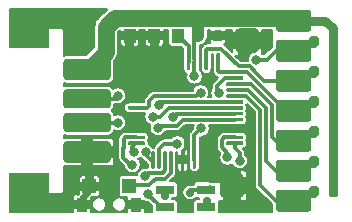
<source format=gbr>
%TF.GenerationSoftware,KiCad,Pcbnew,(5.1.9)-1*%
%TF.CreationDate,2022-11-25T13:08:51-06:00*%
%TF.ProjectId,pcb,7063622e-6b69-4636-9164-5f7063625858,rev?*%
%TF.SameCoordinates,Original*%
%TF.FileFunction,Copper,L1,Top*%
%TF.FilePolarity,Positive*%
%FSLAX46Y46*%
G04 Gerber Fmt 4.6, Leading zero omitted, Abs format (unit mm)*
G04 Created by KiCad (PCBNEW (5.1.9)-1) date 2022-11-25 13:08:51*
%MOMM*%
%LPD*%
G01*
G04 APERTURE LIST*
%TA.AperFunction,SMDPad,CuDef*%
%ADD10R,1.150000X1.300000*%
%TD*%
%TA.AperFunction,SMDPad,CuDef*%
%ADD11R,0.900000X1.200000*%
%TD*%
%TA.AperFunction,ComponentPad*%
%ADD12R,3.500000X2.500000*%
%TD*%
%TA.AperFunction,SMDPad,CuDef*%
%ADD13R,1.600000X0.800000*%
%TD*%
%TA.AperFunction,SMDPad,CuDef*%
%ADD14R,1.000000X1.250000*%
%TD*%
%TA.AperFunction,ViaPad*%
%ADD15C,0.800000*%
%TD*%
%TA.AperFunction,ViaPad*%
%ADD16C,0.700000*%
%TD*%
%TA.AperFunction,Conductor*%
%ADD17C,0.300000*%
%TD*%
%TA.AperFunction,Conductor*%
%ADD18C,1.000000*%
%TD*%
%TA.AperFunction,Conductor*%
%ADD19C,1.400000*%
%TD*%
%TA.AperFunction,Conductor*%
%ADD20C,0.250000*%
%TD*%
%TA.AperFunction,Conductor*%
%ADD21C,0.800000*%
%TD*%
%TA.AperFunction,Conductor*%
%ADD22C,0.500000*%
%TD*%
%TA.AperFunction,Conductor*%
%ADD23C,0.200000*%
%TD*%
%TA.AperFunction,Conductor*%
%ADD24C,0.100000*%
%TD*%
G04 APERTURE END LIST*
D10*
%TO.P,SW1,1*%
%TO.N,Net-(SW1-Pad1)*%
X134898000Y-107987500D03*
%TO.P,SW1,2*%
%TO.N,GND*%
X131548000Y-107987500D03*
D11*
X135523000Y-109537500D03*
X130923000Y-109537500D03*
%TD*%
D12*
%TO.P,P2,5*%
%TO.N,GND*%
X126449000Y-108170000D03*
X126449000Y-95030000D03*
%TO.P,P2,1*%
%TO.N,+5V*%
%TA.AperFunction,SMDPad,CuDef*%
G36*
G01*
X129623600Y-97200000D02*
X133094400Y-97200000D01*
G75*
G02*
X133359000Y-97464600I0J-264600D01*
G01*
X133359000Y-98735400D01*
G75*
G02*
X133094400Y-99000000I-264600J0D01*
G01*
X129623600Y-99000000D01*
G75*
G02*
X129359000Y-98735400I0J264600D01*
G01*
X129359000Y-97464600D01*
G75*
G02*
X129623600Y-97200000I264600J0D01*
G01*
G37*
%TD.AperFunction*%
%TO.P,P2,2*%
%TO.N,Net-(P2-Pad2)*%
%TA.AperFunction,SMDPad,CuDef*%
G36*
G01*
X129594200Y-99800000D02*
X133123800Y-99800000D01*
G75*
G02*
X133359000Y-100035200I0J-235200D01*
G01*
X133359000Y-101164800D01*
G75*
G02*
X133123800Y-101400000I-235200J0D01*
G01*
X129594200Y-101400000D01*
G75*
G02*
X129359000Y-101164800I0J235200D01*
G01*
X129359000Y-100035200D01*
G75*
G02*
X129594200Y-99800000I235200J0D01*
G01*
G37*
%TD.AperFunction*%
%TO.P,P2,3*%
%TO.N,Net-(P2-Pad3)*%
%TA.AperFunction,SMDPad,CuDef*%
G36*
G01*
X129594200Y-101800000D02*
X133123800Y-101800000D01*
G75*
G02*
X133359000Y-102035200I0J-235200D01*
G01*
X133359000Y-103164800D01*
G75*
G02*
X133123800Y-103400000I-235200J0D01*
G01*
X129594200Y-103400000D01*
G75*
G02*
X129359000Y-103164800I0J235200D01*
G01*
X129359000Y-102035200D01*
G75*
G02*
X129594200Y-101800000I235200J0D01*
G01*
G37*
%TD.AperFunction*%
%TO.P,P2,4*%
%TO.N,GND*%
%TA.AperFunction,SMDPad,CuDef*%
G36*
G01*
X129623600Y-104200000D02*
X133094400Y-104200000D01*
G75*
G02*
X133359000Y-104464600I0J-264600D01*
G01*
X133359000Y-105735400D01*
G75*
G02*
X133094400Y-106000000I-264600J0D01*
G01*
X129623600Y-106000000D01*
G75*
G02*
X129359000Y-105735400I0J264600D01*
G01*
X129359000Y-104464600D01*
G75*
G02*
X129623600Y-104200000I264600J0D01*
G01*
G37*
%TD.AperFunction*%
%TD*%
%TO.P,J2,1*%
%TO.N,GND*%
%TA.AperFunction,ComponentPad*%
G36*
G01*
X145613000Y-96631000D02*
X144201000Y-96631000D01*
G75*
G02*
X143907000Y-96337000I0J294000D01*
G01*
X143907000Y-94925000D01*
G75*
G02*
X144201000Y-94631000I294000J0D01*
G01*
X145613000Y-94631000D01*
G75*
G02*
X145907000Y-94925000I0J-294000D01*
G01*
X145907000Y-96337000D01*
G75*
G02*
X145613000Y-96631000I-294000J0D01*
G01*
G37*
%TD.AperFunction*%
%TD*%
%TO.P,U1,6*%
%TO.N,TXD*%
%TA.AperFunction,SMDPad,CuDef*%
G36*
G01*
X134800000Y-101425000D02*
X134800000Y-101275000D01*
G75*
G02*
X134875000Y-101200000I75000J0D01*
G01*
X136200000Y-101200000D01*
G75*
G02*
X136275000Y-101275000I0J-75000D01*
G01*
X136275000Y-101425000D01*
G75*
G02*
X136200000Y-101500000I-75000J0D01*
G01*
X134875000Y-101500000D01*
G75*
G02*
X134800000Y-101425000I0J75000D01*
G01*
G37*
%TD.AperFunction*%
%TO.P,U1,11*%
%TO.N,MS_DATA2*%
%TA.AperFunction,SMDPad,CuDef*%
G36*
G01*
X134800000Y-103925000D02*
X134800000Y-103775000D01*
G75*
G02*
X134875000Y-103700000I75000J0D01*
G01*
X136200000Y-103700000D01*
G75*
G02*
X136275000Y-103775000I0J-75000D01*
G01*
X136275000Y-103925000D01*
G75*
G02*
X136200000Y-104000000I-75000J0D01*
G01*
X134875000Y-104000000D01*
G75*
G02*
X134800000Y-103925000I0J75000D01*
G01*
G37*
%TD.AperFunction*%
%TO.P,U1,12*%
%TO.N,MS_CLK2*%
%TA.AperFunction,SMDPad,CuDef*%
G36*
G01*
X134800000Y-104425000D02*
X134800000Y-104275000D01*
G75*
G02*
X134875000Y-104200000I75000J0D01*
G01*
X136200000Y-104200000D01*
G75*
G02*
X136275000Y-104275000I0J-75000D01*
G01*
X136275000Y-104425000D01*
G75*
G02*
X136200000Y-104500000I-75000J0D01*
G01*
X134875000Y-104500000D01*
G75*
G02*
X134800000Y-104425000I0J75000D01*
G01*
G37*
%TD.AperFunction*%
%TO.P,U1,13*%
%TO.N,MS_CLK*%
%TA.AperFunction,SMDPad,CuDef*%
G36*
G01*
X136800000Y-106425000D02*
X136800000Y-105100000D01*
G75*
G02*
X136875000Y-105025000I75000J0D01*
G01*
X137025000Y-105025000D01*
G75*
G02*
X137100000Y-105100000I0J-75000D01*
G01*
X137100000Y-106425000D01*
G75*
G02*
X137025000Y-106500000I-75000J0D01*
G01*
X136875000Y-106500000D01*
G75*
G02*
X136800000Y-106425000I0J75000D01*
G01*
G37*
%TD.AperFunction*%
%TO.P,U1,14*%
%TO.N,MS_DATA*%
%TA.AperFunction,SMDPad,CuDef*%
G36*
G01*
X137300000Y-106425000D02*
X137300000Y-105100000D01*
G75*
G02*
X137375000Y-105025000I75000J0D01*
G01*
X137525000Y-105025000D01*
G75*
G02*
X137600000Y-105100000I0J-75000D01*
G01*
X137600000Y-106425000D01*
G75*
G02*
X137525000Y-106500000I-75000J0D01*
G01*
X137375000Y-106500000D01*
G75*
G02*
X137300000Y-106425000I0J75000D01*
G01*
G37*
%TD.AperFunction*%
%TO.P,U1,15*%
%TO.N,Net-(RN3-Pad5)*%
%TA.AperFunction,SMDPad,CuDef*%
G36*
G01*
X137800000Y-106425000D02*
X137800000Y-105100000D01*
G75*
G02*
X137875000Y-105025000I75000J0D01*
G01*
X138025000Y-105025000D01*
G75*
G02*
X138100000Y-105100000I0J-75000D01*
G01*
X138100000Y-106425000D01*
G75*
G02*
X138025000Y-106500000I-75000J0D01*
G01*
X137875000Y-106500000D01*
G75*
G02*
X137800000Y-106425000I0J75000D01*
G01*
G37*
%TD.AperFunction*%
%TO.P,U1,16*%
%TO.N,Net-(SW1-Pad1)*%
%TA.AperFunction,SMDPad,CuDef*%
G36*
G01*
X138300000Y-106425000D02*
X138300000Y-105100000D01*
G75*
G02*
X138375000Y-105025000I75000J0D01*
G01*
X138525000Y-105025000D01*
G75*
G02*
X138600000Y-105100000I0J-75000D01*
G01*
X138600000Y-106425000D01*
G75*
G02*
X138525000Y-106500000I-75000J0D01*
G01*
X138375000Y-106500000D01*
G75*
G02*
X138300000Y-106425000I0J75000D01*
G01*
G37*
%TD.AperFunction*%
%TO.P,U1,18*%
%TO.N,GND*%
%TA.AperFunction,SMDPad,CuDef*%
G36*
G01*
X139300000Y-106425000D02*
X139300000Y-105100000D01*
G75*
G02*
X139375000Y-105025000I75000J0D01*
G01*
X139525000Y-105025000D01*
G75*
G02*
X139600000Y-105100000I0J-75000D01*
G01*
X139600000Y-106425000D01*
G75*
G02*
X139525000Y-106500000I-75000J0D01*
G01*
X139375000Y-106500000D01*
G75*
G02*
X139300000Y-106425000I0J75000D01*
G01*
G37*
%TD.AperFunction*%
%TO.P,U1,20*%
%TO.N,RXD*%
%TA.AperFunction,SMDPad,CuDef*%
G36*
G01*
X140300000Y-106425000D02*
X140300000Y-105100000D01*
G75*
G02*
X140375000Y-105025000I75000J0D01*
G01*
X140525000Y-105025000D01*
G75*
G02*
X140600000Y-105100000I0J-75000D01*
G01*
X140600000Y-106425000D01*
G75*
G02*
X140525000Y-106500000I-75000J0D01*
G01*
X140375000Y-106500000D01*
G75*
G02*
X140300000Y-106425000I0J75000D01*
G01*
G37*
%TD.AperFunction*%
%TO.P,U1,25*%
%TO.N,Net-(RN3-Pad8)*%
%TA.AperFunction,SMDPad,CuDef*%
G36*
G01*
X143125000Y-104425000D02*
X143125000Y-104275000D01*
G75*
G02*
X143200000Y-104200000I75000J0D01*
G01*
X144525000Y-104200000D01*
G75*
G02*
X144600000Y-104275000I0J-75000D01*
G01*
X144600000Y-104425000D01*
G75*
G02*
X144525000Y-104500000I-75000J0D01*
G01*
X143200000Y-104500000D01*
G75*
G02*
X143125000Y-104425000I0J75000D01*
G01*
G37*
%TD.AperFunction*%
%TO.P,U1,26*%
%TO.N,Net-(RN3-Pad7)*%
%TA.AperFunction,SMDPad,CuDef*%
G36*
G01*
X143125000Y-103925000D02*
X143125000Y-103775000D01*
G75*
G02*
X143200000Y-103700000I75000J0D01*
G01*
X144525000Y-103700000D01*
G75*
G02*
X144600000Y-103775000I0J-75000D01*
G01*
X144600000Y-103925000D01*
G75*
G02*
X144525000Y-104000000I-75000J0D01*
G01*
X143200000Y-104000000D01*
G75*
G02*
X143125000Y-103925000I0J75000D01*
G01*
G37*
%TD.AperFunction*%
%TO.P,U1,29*%
%TO.N,Net-(P2-Pad3)*%
%TA.AperFunction,SMDPad,CuDef*%
G36*
G01*
X143125000Y-102425000D02*
X143125000Y-102275000D01*
G75*
G02*
X143200000Y-102200000I75000J0D01*
G01*
X144525000Y-102200000D01*
G75*
G02*
X144600000Y-102275000I0J-75000D01*
G01*
X144600000Y-102425000D01*
G75*
G02*
X144525000Y-102500000I-75000J0D01*
G01*
X143200000Y-102500000D01*
G75*
G02*
X143125000Y-102425000I0J75000D01*
G01*
G37*
%TD.AperFunction*%
%TO.P,U1,30*%
%TO.N,Net-(P2-Pad2)*%
%TA.AperFunction,SMDPad,CuDef*%
G36*
G01*
X143125000Y-101925000D02*
X143125000Y-101775000D01*
G75*
G02*
X143200000Y-101700000I75000J0D01*
G01*
X144525000Y-101700000D01*
G75*
G02*
X144600000Y-101775000I0J-75000D01*
G01*
X144600000Y-101925000D01*
G75*
G02*
X144525000Y-102000000I-75000J0D01*
G01*
X143200000Y-102000000D01*
G75*
G02*
X143125000Y-101925000I0J75000D01*
G01*
G37*
%TD.AperFunction*%
%TO.P,U1,31*%
%TO.N,Net-(P1-Pad3)*%
%TA.AperFunction,SMDPad,CuDef*%
G36*
G01*
X143125000Y-101425000D02*
X143125000Y-101275000D01*
G75*
G02*
X143200000Y-101200000I75000J0D01*
G01*
X144525000Y-101200000D01*
G75*
G02*
X144600000Y-101275000I0J-75000D01*
G01*
X144600000Y-101425000D01*
G75*
G02*
X144525000Y-101500000I-75000J0D01*
G01*
X143200000Y-101500000D01*
G75*
G02*
X143125000Y-101425000I0J75000D01*
G01*
G37*
%TD.AperFunction*%
%TO.P,U1,32*%
%TO.N,Net-(P1-Pad2)*%
%TA.AperFunction,SMDPad,CuDef*%
G36*
G01*
X143125000Y-100925000D02*
X143125000Y-100775000D01*
G75*
G02*
X143200000Y-100700000I75000J0D01*
G01*
X144525000Y-100700000D01*
G75*
G02*
X144600000Y-100775000I0J-75000D01*
G01*
X144600000Y-100925000D01*
G75*
G02*
X144525000Y-101000000I-75000J0D01*
G01*
X143200000Y-101000000D01*
G75*
G02*
X143125000Y-100925000I0J75000D01*
G01*
G37*
%TD.AperFunction*%
%TO.P,U1,33*%
%TO.N,KB_DATA2*%
%TA.AperFunction,SMDPad,CuDef*%
G36*
G01*
X143125000Y-100425000D02*
X143125000Y-100275000D01*
G75*
G02*
X143200000Y-100200000I75000J0D01*
G01*
X144525000Y-100200000D01*
G75*
G02*
X144600000Y-100275000I0J-75000D01*
G01*
X144600000Y-100425000D01*
G75*
G02*
X144525000Y-100500000I-75000J0D01*
G01*
X143200000Y-100500000D01*
G75*
G02*
X143125000Y-100425000I0J75000D01*
G01*
G37*
%TD.AperFunction*%
%TO.P,U1,34*%
%TO.N,KB_CLK2*%
%TA.AperFunction,SMDPad,CuDef*%
G36*
G01*
X143125000Y-99925000D02*
X143125000Y-99775000D01*
G75*
G02*
X143200000Y-99700000I75000J0D01*
G01*
X144525000Y-99700000D01*
G75*
G02*
X144600000Y-99775000I0J-75000D01*
G01*
X144600000Y-99925000D01*
G75*
G02*
X144525000Y-100000000I-75000J0D01*
G01*
X143200000Y-100000000D01*
G75*
G02*
X143125000Y-99925000I0J75000D01*
G01*
G37*
%TD.AperFunction*%
%TO.P,U1,35*%
%TO.N,KB_CLK*%
%TA.AperFunction,SMDPad,CuDef*%
G36*
G01*
X143125000Y-99425000D02*
X143125000Y-99275000D01*
G75*
G02*
X143200000Y-99200000I75000J0D01*
G01*
X144525000Y-99200000D01*
G75*
G02*
X144600000Y-99275000I0J-75000D01*
G01*
X144600000Y-99425000D01*
G75*
G02*
X144525000Y-99500000I-75000J0D01*
G01*
X143200000Y-99500000D01*
G75*
G02*
X143125000Y-99425000I0J75000D01*
G01*
G37*
%TD.AperFunction*%
%TO.P,U1,36*%
%TO.N,CTS*%
%TA.AperFunction,SMDPad,CuDef*%
G36*
G01*
X143125000Y-98925000D02*
X143125000Y-98775000D01*
G75*
G02*
X143200000Y-98700000I75000J0D01*
G01*
X144525000Y-98700000D01*
G75*
G02*
X144600000Y-98775000I0J-75000D01*
G01*
X144600000Y-98925000D01*
G75*
G02*
X144525000Y-99000000I-75000J0D01*
G01*
X143200000Y-99000000D01*
G75*
G02*
X143125000Y-98925000I0J75000D01*
G01*
G37*
%TD.AperFunction*%
%TO.P,U1,37*%
%TO.N,KB_DATA*%
%TA.AperFunction,SMDPad,CuDef*%
G36*
G01*
X142300000Y-98100000D02*
X142300000Y-96775000D01*
G75*
G02*
X142375000Y-96700000I75000J0D01*
G01*
X142525000Y-96700000D01*
G75*
G02*
X142600000Y-96775000I0J-75000D01*
G01*
X142600000Y-98100000D01*
G75*
G02*
X142525000Y-98175000I-75000J0D01*
G01*
X142375000Y-98175000D01*
G75*
G02*
X142300000Y-98100000I0J75000D01*
G01*
G37*
%TD.AperFunction*%
%TO.P,U1,39*%
%TO.N,RTS*%
%TA.AperFunction,SMDPad,CuDef*%
G36*
G01*
X141300000Y-98100000D02*
X141300000Y-96775000D01*
G75*
G02*
X141375000Y-96700000I75000J0D01*
G01*
X141525000Y-96700000D01*
G75*
G02*
X141600000Y-96775000I0J-75000D01*
G01*
X141600000Y-98100000D01*
G75*
G02*
X141525000Y-98175000I-75000J0D01*
G01*
X141375000Y-98175000D01*
G75*
G02*
X141300000Y-98100000I0J75000D01*
G01*
G37*
%TD.AperFunction*%
%TO.P,U1,41*%
%TO.N,+5V*%
%TA.AperFunction,SMDPad,CuDef*%
G36*
G01*
X140300000Y-98100000D02*
X140300000Y-96775000D01*
G75*
G02*
X140375000Y-96700000I75000J0D01*
G01*
X140525000Y-96700000D01*
G75*
G02*
X140600000Y-96775000I0J-75000D01*
G01*
X140600000Y-98100000D01*
G75*
G02*
X140525000Y-98175000I-75000J0D01*
G01*
X140375000Y-98175000D01*
G75*
G02*
X140300000Y-98100000I0J75000D01*
G01*
G37*
%TD.AperFunction*%
%TO.P,U1,42*%
%TO.N,+3V3*%
%TA.AperFunction,SMDPad,CuDef*%
G36*
G01*
X139800000Y-98100000D02*
X139800000Y-96775000D01*
G75*
G02*
X139875000Y-96700000I75000J0D01*
G01*
X140025000Y-96700000D01*
G75*
G02*
X140100000Y-96775000I0J-75000D01*
G01*
X140100000Y-98100000D01*
G75*
G02*
X140025000Y-98175000I-75000J0D01*
G01*
X139875000Y-98175000D01*
G75*
G02*
X139800000Y-98100000I0J75000D01*
G01*
G37*
%TD.AperFunction*%
%TD*%
D13*
%TO.P,D1,1*%
%TO.N,Net-(D1-Pad1)*%
X137950000Y-108279500D03*
%TO.P,D1,2*%
%TO.N,+5V*%
X137950000Y-109779500D03*
%TO.P,D1,3*%
%TO.N,Net-(D1-Pad3)*%
X141450000Y-108279500D03*
%TO.P,D1,4*%
%TO.N,Net-(D1-Pad4)*%
X141450000Y-109779500D03*
%TD*%
%TO.P,J1,1*%
%TO.N,GND*%
%TA.AperFunction,ComponentPad*%
G36*
G01*
X142637000Y-108656000D02*
X142637000Y-107244000D01*
G75*
G02*
X142931000Y-106950000I294000J0D01*
G01*
X144343000Y-106950000D01*
G75*
G02*
X144637000Y-107244000I0J-294000D01*
G01*
X144637000Y-108656000D01*
G75*
G02*
X144343000Y-108950000I-294000J0D01*
G01*
X142931000Y-108950000D01*
G75*
G02*
X142637000Y-108656000I0J294000D01*
G01*
G37*
%TD.AperFunction*%
%TD*%
%TO.P,RN1,1*%
%TO.N,+5V*%
%TA.AperFunction,SMDPad,CuDef*%
G36*
G01*
X147623300Y-93030000D02*
X150064700Y-93030000D01*
G75*
G02*
X150344000Y-93309300I0J-279300D01*
G01*
X150344000Y-94650700D01*
G75*
G02*
X150064700Y-94930000I-279300J0D01*
G01*
X147623300Y-94930000D01*
G75*
G02*
X147344000Y-94650700I0J279300D01*
G01*
X147344000Y-93309300D01*
G75*
G02*
X147623300Y-93030000I279300J0D01*
G01*
G37*
%TD.AperFunction*%
%TO.P,RN1,2*%
%TO.N,TXD*%
%TA.AperFunction,SMDPad,CuDef*%
G36*
G01*
X147623300Y-95570000D02*
X150064700Y-95570000D01*
G75*
G02*
X150344000Y-95849300I0J-279300D01*
G01*
X150344000Y-97190700D01*
G75*
G02*
X150064700Y-97470000I-279300J0D01*
G01*
X147623300Y-97470000D01*
G75*
G02*
X147344000Y-97190700I0J279300D01*
G01*
X147344000Y-95849300D01*
G75*
G02*
X147623300Y-95570000I279300J0D01*
G01*
G37*
%TD.AperFunction*%
%TO.P,RN1,3*%
%TO.N,RTS*%
%TA.AperFunction,SMDPad,CuDef*%
G36*
G01*
X147623300Y-98110000D02*
X150064700Y-98110000D01*
G75*
G02*
X150344000Y-98389300I0J-279300D01*
G01*
X150344000Y-99730700D01*
G75*
G02*
X150064700Y-100010000I-279300J0D01*
G01*
X147623300Y-100010000D01*
G75*
G02*
X147344000Y-99730700I0J279300D01*
G01*
X147344000Y-98389300D01*
G75*
G02*
X147623300Y-98110000I279300J0D01*
G01*
G37*
%TD.AperFunction*%
%TO.P,RN1,4*%
%TO.N,KB_DATA*%
%TA.AperFunction,SMDPad,CuDef*%
G36*
G01*
X147623300Y-100650000D02*
X150064700Y-100650000D01*
G75*
G02*
X150344000Y-100929300I0J-279300D01*
G01*
X150344000Y-102270700D01*
G75*
G02*
X150064700Y-102550000I-279300J0D01*
G01*
X147623300Y-102550000D01*
G75*
G02*
X147344000Y-102270700I0J279300D01*
G01*
X147344000Y-100929300D01*
G75*
G02*
X147623300Y-100650000I279300J0D01*
G01*
G37*
%TD.AperFunction*%
%TO.P,RN1,5*%
%TO.N,KB_CLK*%
%TA.AperFunction,SMDPad,CuDef*%
G36*
G01*
X147623300Y-103190000D02*
X150064700Y-103190000D01*
G75*
G02*
X150344000Y-103469300I0J-279300D01*
G01*
X150344000Y-104810700D01*
G75*
G02*
X150064700Y-105090000I-279300J0D01*
G01*
X147623300Y-105090000D01*
G75*
G02*
X147344000Y-104810700I0J279300D01*
G01*
X147344000Y-103469300D01*
G75*
G02*
X147623300Y-103190000I279300J0D01*
G01*
G37*
%TD.AperFunction*%
%TO.P,RN1,6*%
%TO.N,KB_CLK2*%
%TA.AperFunction,SMDPad,CuDef*%
G36*
G01*
X147623300Y-105730000D02*
X150064700Y-105730000D01*
G75*
G02*
X150344000Y-106009300I0J-279300D01*
G01*
X150344000Y-107350700D01*
G75*
G02*
X150064700Y-107630000I-279300J0D01*
G01*
X147623300Y-107630000D01*
G75*
G02*
X147344000Y-107350700I0J279300D01*
G01*
X147344000Y-106009300D01*
G75*
G02*
X147623300Y-105730000I279300J0D01*
G01*
G37*
%TD.AperFunction*%
%TO.P,RN1,7*%
%TO.N,KB_DATA2*%
%TA.AperFunction,SMDPad,CuDef*%
G36*
G01*
X147623300Y-108270000D02*
X150064700Y-108270000D01*
G75*
G02*
X150344000Y-108549300I0J-279300D01*
G01*
X150344000Y-109890700D01*
G75*
G02*
X150064700Y-110170000I-279300J0D01*
G01*
X147623300Y-110170000D01*
G75*
G02*
X147344000Y-109890700I0J279300D01*
G01*
X147344000Y-108549300D01*
G75*
G02*
X147623300Y-108270000I279300J0D01*
G01*
G37*
%TD.AperFunction*%
%TD*%
D14*
%TO.P,C2,2*%
%TO.N,GND*%
X134985000Y-95250000D03*
%TO.P,C2,1*%
%TO.N,+5V*%
X132985000Y-95250000D03*
%TD*%
%TO.P,C3,1*%
%TO.N,+5V*%
%TA.AperFunction,SMDPad,CuDef*%
G36*
G01*
X140380000Y-95525000D02*
X140380000Y-94975000D01*
G75*
G02*
X140580000Y-94775000I200000J0D01*
G01*
X140980000Y-94775000D01*
G75*
G02*
X141180000Y-94975000I0J-200000D01*
G01*
X141180000Y-95525000D01*
G75*
G02*
X140980000Y-95725000I-200000J0D01*
G01*
X140580000Y-95725000D01*
G75*
G02*
X140380000Y-95525000I0J200000D01*
G01*
G37*
%TD.AperFunction*%
%TO.P,C3,2*%
%TO.N,GND*%
%TA.AperFunction,SMDPad,CuDef*%
G36*
G01*
X142030000Y-95525000D02*
X142030000Y-94975000D01*
G75*
G02*
X142230000Y-94775000I200000J0D01*
G01*
X142630000Y-94775000D01*
G75*
G02*
X142830000Y-94975000I0J-200000D01*
G01*
X142830000Y-95525000D01*
G75*
G02*
X142630000Y-95725000I-200000J0D01*
G01*
X142230000Y-95725000D01*
G75*
G02*
X142030000Y-95525000I0J200000D01*
G01*
G37*
%TD.AperFunction*%
%TD*%
%TO.P,C4,1*%
%TO.N,+3V3*%
X139049000Y-95250000D03*
%TO.P,C4,2*%
%TO.N,GND*%
X137049000Y-95250000D03*
%TD*%
%TO.P,R1,1*%
%TO.N,+5V*%
%TA.AperFunction,SMDPad,CuDef*%
G36*
G01*
X152609000Y-95483000D02*
X152609000Y-96033000D01*
G75*
G02*
X152409000Y-96233000I-200000J0D01*
G01*
X152009000Y-96233000D01*
G75*
G02*
X151809000Y-96033000I0J200000D01*
G01*
X151809000Y-95483000D01*
G75*
G02*
X152009000Y-95283000I200000J0D01*
G01*
X152409000Y-95283000D01*
G75*
G02*
X152609000Y-95483000I0J-200000D01*
G01*
G37*
%TD.AperFunction*%
%TO.P,R1,2*%
%TO.N,TXD*%
%TA.AperFunction,SMDPad,CuDef*%
G36*
G01*
X150959000Y-95483000D02*
X150959000Y-96033000D01*
G75*
G02*
X150759000Y-96233000I-200000J0D01*
G01*
X150359000Y-96233000D01*
G75*
G02*
X150159000Y-96033000I0J200000D01*
G01*
X150159000Y-95483000D01*
G75*
G02*
X150359000Y-95283000I200000J0D01*
G01*
X150759000Y-95283000D01*
G75*
G02*
X150959000Y-95483000I0J-200000D01*
G01*
G37*
%TD.AperFunction*%
%TD*%
%TO.P,R2,2*%
%TO.N,RTS*%
%TA.AperFunction,SMDPad,CuDef*%
G36*
G01*
X150959000Y-98023000D02*
X150959000Y-98573000D01*
G75*
G02*
X150759000Y-98773000I-200000J0D01*
G01*
X150359000Y-98773000D01*
G75*
G02*
X150159000Y-98573000I0J200000D01*
G01*
X150159000Y-98023000D01*
G75*
G02*
X150359000Y-97823000I200000J0D01*
G01*
X150759000Y-97823000D01*
G75*
G02*
X150959000Y-98023000I0J-200000D01*
G01*
G37*
%TD.AperFunction*%
%TO.P,R2,1*%
%TO.N,+5V*%
%TA.AperFunction,SMDPad,CuDef*%
G36*
G01*
X152609000Y-98023000D02*
X152609000Y-98573000D01*
G75*
G02*
X152409000Y-98773000I-200000J0D01*
G01*
X152009000Y-98773000D01*
G75*
G02*
X151809000Y-98573000I0J200000D01*
G01*
X151809000Y-98023000D01*
G75*
G02*
X152009000Y-97823000I200000J0D01*
G01*
X152409000Y-97823000D01*
G75*
G02*
X152609000Y-98023000I0J-200000D01*
G01*
G37*
%TD.AperFunction*%
%TD*%
%TO.P,R3,1*%
%TO.N,+5V*%
%TA.AperFunction,SMDPad,CuDef*%
G36*
G01*
X152609000Y-100563000D02*
X152609000Y-101113000D01*
G75*
G02*
X152409000Y-101313000I-200000J0D01*
G01*
X152009000Y-101313000D01*
G75*
G02*
X151809000Y-101113000I0J200000D01*
G01*
X151809000Y-100563000D01*
G75*
G02*
X152009000Y-100363000I200000J0D01*
G01*
X152409000Y-100363000D01*
G75*
G02*
X152609000Y-100563000I0J-200000D01*
G01*
G37*
%TD.AperFunction*%
%TO.P,R3,2*%
%TO.N,KB_DATA*%
%TA.AperFunction,SMDPad,CuDef*%
G36*
G01*
X150959000Y-100563000D02*
X150959000Y-101113000D01*
G75*
G02*
X150759000Y-101313000I-200000J0D01*
G01*
X150359000Y-101313000D01*
G75*
G02*
X150159000Y-101113000I0J200000D01*
G01*
X150159000Y-100563000D01*
G75*
G02*
X150359000Y-100363000I200000J0D01*
G01*
X150759000Y-100363000D01*
G75*
G02*
X150959000Y-100563000I0J-200000D01*
G01*
G37*
%TD.AperFunction*%
%TD*%
%TO.P,R4,2*%
%TO.N,KB_CLK*%
%TA.AperFunction,SMDPad,CuDef*%
G36*
G01*
X150959000Y-103103000D02*
X150959000Y-103653000D01*
G75*
G02*
X150759000Y-103853000I-200000J0D01*
G01*
X150359000Y-103853000D01*
G75*
G02*
X150159000Y-103653000I0J200000D01*
G01*
X150159000Y-103103000D01*
G75*
G02*
X150359000Y-102903000I200000J0D01*
G01*
X150759000Y-102903000D01*
G75*
G02*
X150959000Y-103103000I0J-200000D01*
G01*
G37*
%TD.AperFunction*%
%TO.P,R4,1*%
%TO.N,+5V*%
%TA.AperFunction,SMDPad,CuDef*%
G36*
G01*
X152609000Y-103103000D02*
X152609000Y-103653000D01*
G75*
G02*
X152409000Y-103853000I-200000J0D01*
G01*
X152009000Y-103853000D01*
G75*
G02*
X151809000Y-103653000I0J200000D01*
G01*
X151809000Y-103103000D01*
G75*
G02*
X152009000Y-102903000I200000J0D01*
G01*
X152409000Y-102903000D01*
G75*
G02*
X152609000Y-103103000I0J-200000D01*
G01*
G37*
%TD.AperFunction*%
%TD*%
%TO.P,R5,1*%
%TO.N,+5V*%
%TA.AperFunction,SMDPad,CuDef*%
G36*
G01*
X152609000Y-105643000D02*
X152609000Y-106193000D01*
G75*
G02*
X152409000Y-106393000I-200000J0D01*
G01*
X152009000Y-106393000D01*
G75*
G02*
X151809000Y-106193000I0J200000D01*
G01*
X151809000Y-105643000D01*
G75*
G02*
X152009000Y-105443000I200000J0D01*
G01*
X152409000Y-105443000D01*
G75*
G02*
X152609000Y-105643000I0J-200000D01*
G01*
G37*
%TD.AperFunction*%
%TO.P,R5,2*%
%TO.N,KB_CLK2*%
%TA.AperFunction,SMDPad,CuDef*%
G36*
G01*
X150959000Y-105643000D02*
X150959000Y-106193000D01*
G75*
G02*
X150759000Y-106393000I-200000J0D01*
G01*
X150359000Y-106393000D01*
G75*
G02*
X150159000Y-106193000I0J200000D01*
G01*
X150159000Y-105643000D01*
G75*
G02*
X150359000Y-105443000I200000J0D01*
G01*
X150759000Y-105443000D01*
G75*
G02*
X150959000Y-105643000I0J-200000D01*
G01*
G37*
%TD.AperFunction*%
%TD*%
%TO.P,R6,2*%
%TO.N,KB_DATA2*%
%TA.AperFunction,SMDPad,CuDef*%
G36*
G01*
X150959000Y-108183000D02*
X150959000Y-108733000D01*
G75*
G02*
X150759000Y-108933000I-200000J0D01*
G01*
X150359000Y-108933000D01*
G75*
G02*
X150159000Y-108733000I0J200000D01*
G01*
X150159000Y-108183000D01*
G75*
G02*
X150359000Y-107983000I200000J0D01*
G01*
X150759000Y-107983000D01*
G75*
G02*
X150959000Y-108183000I0J-200000D01*
G01*
G37*
%TD.AperFunction*%
%TO.P,R6,1*%
%TO.N,+5V*%
%TA.AperFunction,SMDPad,CuDef*%
G36*
G01*
X152609000Y-108183000D02*
X152609000Y-108733000D01*
G75*
G02*
X152409000Y-108933000I-200000J0D01*
G01*
X152009000Y-108933000D01*
G75*
G02*
X151809000Y-108733000I0J200000D01*
G01*
X151809000Y-108183000D01*
G75*
G02*
X152009000Y-107983000I200000J0D01*
G01*
X152409000Y-107983000D01*
G75*
G02*
X152609000Y-108183000I0J-200000D01*
G01*
G37*
%TD.AperFunction*%
%TD*%
D15*
%TO.N,+5V*%
X133794500Y-93726000D03*
X135255000Y-93726000D03*
X145097500Y-93726000D03*
X143827500Y-93726000D03*
X140779500Y-93726000D03*
X132969000Y-96583500D03*
X140449907Y-98679000D03*
X136486900Y-108625640D03*
%TO.N,GND*%
X129667000Y-93789500D03*
X131191000Y-93789500D03*
X136017000Y-95250000D03*
X134429500Y-96520000D03*
X131508500Y-106616500D03*
X132715000Y-106616500D03*
X130175000Y-106616500D03*
X135572500Y-96520000D03*
X136525000Y-109791500D03*
X141859000Y-107188000D03*
X136969500Y-98869500D03*
X139065000Y-99060000D03*
X129667000Y-109410500D03*
X131127500Y-95567500D03*
X125603000Y-109601000D03*
X127381000Y-109601000D03*
X125603000Y-93599000D03*
X127381000Y-93599000D03*
%TO.N,TXD*%
X145669000Y-97282000D03*
X140970000Y-100076000D03*
%TO.N,CTS*%
X142494000Y-100100000D03*
%TO.N,RXD*%
X141035332Y-103100000D03*
%TO.N,MS_DATA*%
X139001500Y-104394000D03*
%TO.N,MS_CLK*%
X136334500Y-105092500D03*
%TO.N,MS_CLK2*%
X135318500Y-105092500D03*
%TO.N,MS_DATA2*%
X135191500Y-106172000D03*
D16*
%TO.N,Net-(D1-Pad1)*%
X137922000Y-108826300D03*
%TO.N,Net-(D1-Pad3)*%
X140075920Y-108521500D03*
D15*
%TO.N,Net-(P2-Pad3)*%
X133985000Y-102616000D03*
X137350500Y-103060500D03*
%TO.N,Net-(P2-Pad2)*%
X133985000Y-100330000D03*
X138620500Y-102100000D03*
%TO.N,Net-(P1-Pad3)*%
X136906000Y-102108000D03*
%TO.N,Net-(P1-Pad2)*%
X137414000Y-101092000D03*
%TO.N,Net-(RN3-Pad7)*%
X143246192Y-105537000D03*
%TO.N,Net-(RN3-Pad8)*%
X144272000Y-105854500D03*
%TO.N,Net-(RN3-Pad5)*%
X136271000Y-107124500D03*
D16*
%TO.N,Net-(D1-Pad4)*%
X141478000Y-109232700D03*
%TD*%
D17*
%TO.N,+5V*%
X140450000Y-95580000D02*
X140780000Y-95250000D01*
X140450000Y-97234500D02*
X140450000Y-95377000D01*
D18*
X148579000Y-93715000D02*
X148844000Y-93980000D01*
D19*
X132985000Y-94504998D02*
X132985000Y-95250000D01*
X133764999Y-93724999D02*
X132985000Y-94504998D01*
X148526500Y-93980000D02*
X148271499Y-93724999D01*
X148844000Y-93980000D02*
X148526500Y-93980000D01*
X132985000Y-96608500D02*
X131486000Y-98107500D01*
X132985000Y-95250000D02*
X132985000Y-96608500D01*
D18*
X140780000Y-95250000D02*
X140780000Y-93852500D01*
X140780000Y-93852500D02*
X140907501Y-93724999D01*
D19*
X140907501Y-93724999D02*
X133764999Y-93724999D01*
X148271499Y-93724999D02*
X140907501Y-93724999D01*
D17*
X140450000Y-98931939D02*
X140449907Y-98932032D01*
X140450000Y-97437500D02*
X140450000Y-98931939D01*
D20*
X137950000Y-109729500D02*
X137446498Y-109729500D01*
D17*
X137242679Y-109429499D02*
X136549998Y-108736818D01*
D21*
X148844000Y-93980000D02*
X151520990Y-93980000D01*
X151520990Y-93980000D02*
X152155990Y-94615000D01*
X152155990Y-94615000D02*
X152155990Y-108458000D01*
D17*
%TO.N,GND*%
X139450000Y-105762500D02*
X139450000Y-105025000D01*
X139450000Y-105025000D02*
X139636500Y-104838500D01*
X139636500Y-104838500D02*
X139763500Y-104711500D01*
X139763500Y-104711500D02*
X139763500Y-104013000D01*
D18*
X142866499Y-107179499D02*
X141859000Y-107179499D01*
X143637000Y-107950000D02*
X142866499Y-107179499D01*
D22*
X130923000Y-109537500D02*
X130923000Y-109107000D01*
X131548000Y-108482000D02*
X131548000Y-107987500D01*
X130923000Y-109107000D02*
X131548000Y-108482000D01*
D18*
X127697000Y-93789500D02*
X127342510Y-94143990D01*
X128778000Y-93789500D02*
X127697000Y-93789500D01*
X127682000Y-109410500D02*
X127327510Y-109056010D01*
X128778000Y-109410500D02*
X127682000Y-109410500D01*
D17*
%TO.N,+3V3*%
X139950000Y-96151000D02*
X139049000Y-95250000D01*
X139950000Y-97437500D02*
X139950000Y-96151000D01*
%TO.N,RTS*%
X141450000Y-97437500D02*
X141450000Y-96421000D01*
X141450000Y-96421000D02*
X141521010Y-96349990D01*
X141521010Y-96349990D02*
X142323990Y-96349990D01*
X148844000Y-99060000D02*
X146338480Y-99060000D01*
X145686240Y-98407760D02*
X145128460Y-97849980D01*
X146338480Y-99060000D02*
X145686240Y-98407760D01*
X144201038Y-97849980D02*
X144331980Y-97849980D01*
X142701048Y-96349990D02*
X144201038Y-97849980D01*
X142323990Y-96349990D02*
X142701048Y-96349990D01*
X145128460Y-97849980D02*
X144331980Y-97849980D01*
D22*
X149352000Y-98552000D02*
X148844000Y-99060000D01*
X150686000Y-98552000D02*
X149352000Y-98552000D01*
D17*
%TO.N,TXD*%
X148673990Y-96349990D02*
X148844000Y-96520000D01*
X135537500Y-101350000D02*
X136457500Y-101350000D01*
X136457500Y-101350000D02*
X136625010Y-101182490D01*
X136625010Y-100770988D02*
X136625010Y-101182490D01*
X136625010Y-100770988D02*
X137053999Y-100341999D01*
X137489499Y-100341999D02*
X140577001Y-100341999D01*
X140577001Y-100341999D02*
X140843000Y-100076000D01*
X137053999Y-100341999D02*
X137489499Y-100341999D01*
X137489499Y-100341999D02*
X138949999Y-100341999D01*
X145669000Y-97282000D02*
X146558000Y-97282000D01*
X147320000Y-96520000D02*
X148844000Y-96520000D01*
X146558000Y-97282000D02*
X147320000Y-96520000D01*
D22*
X149352000Y-96012000D02*
X148844000Y-96520000D01*
X150686000Y-96012000D02*
X149352000Y-96012000D01*
D17*
%TO.N,KB_DATA*%
X148844000Y-101600000D02*
X147951058Y-101600000D01*
X148171360Y-101600000D02*
X148844000Y-101600000D01*
X144921350Y-98349990D02*
X148171360Y-101600000D01*
X142545990Y-98349990D02*
X144921350Y-98349990D01*
X142450000Y-98254000D02*
X142545990Y-98349990D01*
X142450000Y-97437500D02*
X142450000Y-98254000D01*
D22*
X149352000Y-101092000D02*
X148844000Y-101600000D01*
X150686000Y-101092000D02*
X149352000Y-101092000D01*
D17*
%TO.N,KB_CLK*%
X144993938Y-99350000D02*
X143862500Y-99350000D01*
X144993946Y-99349992D02*
X144993938Y-99350000D01*
X145214232Y-99349992D02*
X144993946Y-99349992D01*
X146993990Y-101129750D02*
X145214232Y-99349992D01*
X146993990Y-103789990D02*
X146993990Y-101129750D01*
X147344000Y-104140000D02*
X146993990Y-103789990D01*
X148844000Y-104140000D02*
X147344000Y-104140000D01*
D22*
X149352000Y-103632000D02*
X148844000Y-104140000D01*
X150686000Y-103632000D02*
X149352000Y-103632000D01*
D17*
%TO.N,KB_CLK2*%
X145007120Y-99850000D02*
X143862500Y-99850000D01*
X146493980Y-105829980D02*
X146493980Y-101336860D01*
X146493980Y-101336860D02*
X145007120Y-99850000D01*
X147344000Y-106680000D02*
X146493980Y-105829980D01*
X148844000Y-106680000D02*
X147344000Y-106680000D01*
D22*
X149352000Y-106172000D02*
X148844000Y-106680000D01*
X150686000Y-106172000D02*
X149352000Y-106172000D01*
D17*
%TO.N,KB_DATA2*%
X143862500Y-100350000D02*
X144800000Y-100350000D01*
X144800000Y-100350000D02*
X145993970Y-101543970D01*
X147344000Y-109220000D02*
X148844000Y-109220000D01*
X145993970Y-107869970D02*
X147344000Y-109220000D01*
X145993970Y-101543970D02*
X145993970Y-107869970D01*
D22*
X149352000Y-108712000D02*
X148844000Y-109220000D01*
X150686000Y-108712000D02*
X149352000Y-108712000D01*
D17*
%TO.N,CTS*%
X143862500Y-98850000D02*
X143021500Y-98850000D01*
X142378587Y-99492913D02*
X142378587Y-100100000D01*
X143021500Y-98850000D02*
X142378587Y-99492913D01*
%TO.N,RXD*%
X140450000Y-103685332D02*
X141035332Y-103100000D01*
X140450000Y-105762500D02*
X140450000Y-103685332D01*
%TO.N,MS_DATA*%
X137450000Y-104844289D02*
X137450000Y-105762500D01*
X137900289Y-104394000D02*
X137450000Y-104844289D01*
X137900289Y-104394000D02*
X138684000Y-104394000D01*
%TO.N,MS_CLK*%
X136750500Y-105762500D02*
X136144000Y-105156000D01*
X136950000Y-105762500D02*
X136750500Y-105762500D01*
%TO.N,MS_CLK2*%
X135191500Y-104696000D02*
X135537500Y-104350000D01*
X135191500Y-105156000D02*
X135191500Y-104696000D01*
%TO.N,MS_DATA2*%
X134592500Y-103850000D02*
X134449990Y-103992510D01*
X135537500Y-103850000D02*
X134592500Y-103850000D01*
X134441499Y-105612499D02*
X135128000Y-106299000D01*
X134441499Y-104795999D02*
X134441499Y-105612499D01*
X134449990Y-104787508D02*
X134441499Y-104795999D01*
X134449990Y-103992510D02*
X134449990Y-104787508D01*
D20*
%TO.N,Net-(D1-Pad1)*%
X137858500Y-108421000D02*
X137950000Y-108329500D01*
D17*
X137922000Y-108307500D02*
X137950000Y-108279500D01*
X137922000Y-108826300D02*
X137922000Y-108307500D01*
%TO.N,Net-(D1-Pad3)*%
X141750002Y-108029498D02*
X141450000Y-108329500D01*
D20*
X140764941Y-108329500D02*
X141450000Y-108329500D01*
D17*
X141445960Y-108333540D02*
X141450000Y-108329500D01*
X140075920Y-108333540D02*
X141445960Y-108333540D01*
%TO.N,Net-(P2-Pad3)*%
X131740000Y-102607500D02*
X132960500Y-102607500D01*
X141339000Y-102350000D02*
X140792120Y-102350000D01*
X140687002Y-102350000D02*
X141339000Y-102350000D01*
X140792120Y-102350000D02*
X140792110Y-102350010D01*
X141339000Y-102350000D02*
X143862500Y-102350000D01*
X138980501Y-102850001D02*
X137274001Y-102850001D01*
X139476492Y-102354010D02*
X138980501Y-102850001D01*
X140788110Y-102354010D02*
X139476492Y-102354010D01*
X140792120Y-102350000D02*
X140788110Y-102354010D01*
X133976500Y-102607500D02*
X133985000Y-102616000D01*
X131359000Y-102607500D02*
X133976500Y-102607500D01*
%TO.N,Net-(P2-Pad2)*%
X131740000Y-100607500D02*
X132945500Y-100607500D01*
X139649120Y-101850000D02*
X139645120Y-101854000D01*
X140585000Y-101850000D02*
X139649120Y-101850000D01*
X143862500Y-101850000D02*
X140585000Y-101850000D01*
X140585000Y-101850000D02*
X140077000Y-101850000D01*
X138866500Y-101854000D02*
X138620500Y-102100000D01*
X139645120Y-101854000D02*
X138866500Y-101854000D01*
X133961500Y-100607500D02*
X133985000Y-100584000D01*
X131359000Y-100607500D02*
X133961500Y-100607500D01*
%TO.N,Net-(P1-Pad3)*%
X138266002Y-101350000D02*
X143862500Y-101350000D01*
X137508002Y-102108000D02*
X138266002Y-101350000D01*
X136906000Y-102108000D02*
X137508002Y-102108000D01*
%TO.N,Net-(P1-Pad2)*%
X137656000Y-100850000D02*
X137414000Y-101092000D01*
X143862500Y-100850000D02*
X137656000Y-100850000D01*
%TO.N,Net-(SW1-Pad1)*%
X138450000Y-106859120D02*
X137959100Y-107350020D01*
X138450000Y-105762500D02*
X138450000Y-106859120D01*
D20*
X135226499Y-107849501D02*
X135088500Y-107987500D01*
D17*
X137322020Y-107350020D02*
X137959100Y-107350020D01*
X137155482Y-107350020D02*
X137322020Y-107350020D01*
X136889501Y-107616001D02*
X136631001Y-107874501D01*
X136889501Y-107616001D02*
X137155482Y-107350020D01*
X135010999Y-107874501D02*
X134898000Y-107987500D01*
X136631001Y-107874501D02*
X135010999Y-107874501D01*
%TO.N,Net-(RN3-Pad7)*%
X143862500Y-103850000D02*
X142974500Y-103850000D01*
X142774990Y-104702693D02*
X143246192Y-105173895D01*
X142774990Y-104049510D02*
X142774990Y-104702693D01*
X142974500Y-103850000D02*
X142774990Y-104049510D01*
%TO.N,Net-(RN3-Pad8)*%
X143862500Y-104746500D02*
X144272000Y-105156000D01*
X143862500Y-104350000D02*
X143862500Y-104746500D01*
X144272000Y-105854500D02*
X144272000Y-105156000D01*
%TO.N,Net-(RN3-Pad5)*%
X136545490Y-106850010D02*
X136271000Y-107124500D01*
X137751990Y-106850010D02*
X136545490Y-106850010D01*
X137950000Y-106652000D02*
X137751990Y-106850010D01*
X137950000Y-105762500D02*
X137950000Y-106652000D01*
D20*
%TO.N,Net-(D1-Pad4)*%
X141414500Y-109694000D02*
X141450000Y-109729500D01*
X141414500Y-109379502D02*
X141414500Y-109694000D01*
%TD*%
D23*
%TO.N,GND*%
X134185000Y-94875000D02*
X134260000Y-94950000D01*
X134685000Y-94950000D01*
X134685000Y-94930000D01*
X135285000Y-94930000D01*
X135285000Y-94950000D01*
X135710000Y-94950000D01*
X135785000Y-94875000D01*
X135785871Y-94724999D01*
X136248129Y-94724999D01*
X136249000Y-94875000D01*
X136324000Y-94950000D01*
X136749000Y-94950000D01*
X136749000Y-94930000D01*
X137349000Y-94930000D01*
X137349000Y-94950000D01*
X137774000Y-94950000D01*
X137849000Y-94875000D01*
X137849871Y-94724999D01*
X138247549Y-94724999D01*
X138247549Y-95875000D01*
X138253341Y-95933810D01*
X138270496Y-95990360D01*
X138298353Y-96042477D01*
X138335842Y-96088158D01*
X138381523Y-96125647D01*
X138433640Y-96153504D01*
X138490190Y-96170659D01*
X138549000Y-96176451D01*
X139339055Y-96176451D01*
X139500001Y-96337397D01*
X139500001Y-96760262D01*
X139498549Y-96775000D01*
X139498549Y-98100000D01*
X139505782Y-98173442D01*
X139527205Y-98244062D01*
X139561992Y-98309145D01*
X139608809Y-98366191D01*
X139665855Y-98413008D01*
X139730938Y-98447795D01*
X139781631Y-98463173D01*
X139776808Y-98474818D01*
X139749907Y-98610056D01*
X139749907Y-98747944D01*
X139776808Y-98883182D01*
X139829575Y-99010574D01*
X139906181Y-99125224D01*
X140003683Y-99222726D01*
X140118333Y-99299332D01*
X140245725Y-99352099D01*
X140358309Y-99374494D01*
X140361692Y-99375520D01*
X140365210Y-99375866D01*
X140380963Y-99379000D01*
X140397027Y-99379000D01*
X140449907Y-99384208D01*
X140502787Y-99379000D01*
X140518851Y-99379000D01*
X140534604Y-99375866D01*
X140538122Y-99375520D01*
X140541505Y-99374494D01*
X140654089Y-99352099D01*
X140781481Y-99299332D01*
X140896131Y-99222726D01*
X140993633Y-99125224D01*
X141070239Y-99010574D01*
X141123006Y-98883182D01*
X141149907Y-98747944D01*
X141149907Y-98610056D01*
X141123006Y-98474818D01*
X141070239Y-98347426D01*
X140993633Y-98232776D01*
X140900000Y-98139143D01*
X140900000Y-98114733D01*
X140901451Y-98100000D01*
X140901451Y-96775000D01*
X140900000Y-96760267D01*
X140900000Y-96042051D01*
X140936826Y-96038424D01*
X140976296Y-96026451D01*
X140980000Y-96026451D01*
X141077828Y-96016816D01*
X141171897Y-95988280D01*
X141258591Y-95941941D01*
X141334579Y-95879579D01*
X141396941Y-95803591D01*
X141443280Y-95716897D01*
X141450803Y-95692097D01*
X141522679Y-95557628D01*
X141568424Y-95406827D01*
X141580000Y-95289293D01*
X141580000Y-94724999D01*
X141733472Y-94724999D01*
X141728548Y-94775000D01*
X141730000Y-94875000D01*
X141805000Y-94950000D01*
X142130000Y-94950000D01*
X142130000Y-94930000D01*
X142730000Y-94930000D01*
X142730000Y-94950000D01*
X143055000Y-94950000D01*
X143130000Y-94875000D01*
X143131452Y-94775000D01*
X143126528Y-94724999D01*
X143606044Y-94724999D01*
X143607000Y-94906000D01*
X143682000Y-94981000D01*
X144257000Y-94981000D01*
X144257000Y-94961000D01*
X145557000Y-94961000D01*
X145557000Y-94981000D01*
X146132000Y-94981000D01*
X146207000Y-94906000D01*
X146207956Y-94724999D01*
X147029500Y-94724999D01*
X147029500Y-96176268D01*
X147017432Y-96186172D01*
X147017428Y-96186176D01*
X147000263Y-96200263D01*
X146986176Y-96217428D01*
X146371605Y-96832000D01*
X146208950Y-96832000D01*
X146163841Y-96786891D01*
X146185505Y-96746361D01*
X146202660Y-96689810D01*
X146208452Y-96631000D01*
X146207000Y-96356000D01*
X146132000Y-96281000D01*
X145557000Y-96281000D01*
X145557000Y-96590565D01*
X145464818Y-96608901D01*
X145337426Y-96661668D01*
X145222776Y-96738274D01*
X145125274Y-96835776D01*
X145048668Y-96950426D01*
X144995901Y-97077818D01*
X144969000Y-97213056D01*
X144969000Y-97350944D01*
X144978754Y-97399980D01*
X144387434Y-97399980D01*
X143919838Y-96932384D01*
X144182000Y-96931000D01*
X144257000Y-96856000D01*
X144257000Y-96281000D01*
X143682000Y-96281000D01*
X143607000Y-96356000D01*
X143605616Y-96618162D01*
X143034877Y-96047424D01*
X143020785Y-96030253D01*
X142971299Y-95989641D01*
X142997478Y-95975648D01*
X143043159Y-95938159D01*
X143080648Y-95892478D01*
X143108505Y-95840361D01*
X143125660Y-95783810D01*
X143131452Y-95725000D01*
X143130000Y-95625000D01*
X143055000Y-95550000D01*
X142730000Y-95550000D01*
X142730000Y-95570000D01*
X142130000Y-95570000D01*
X142130000Y-95550000D01*
X141805000Y-95550000D01*
X141730000Y-95625000D01*
X141728548Y-95725000D01*
X141734340Y-95783810D01*
X141751495Y-95840361D01*
X141779352Y-95892478D01*
X141785517Y-95899990D01*
X141543101Y-95899990D01*
X141521009Y-95897814D01*
X141498917Y-95899990D01*
X141498905Y-95899990D01*
X141432795Y-95906501D01*
X141347969Y-95932233D01*
X141269794Y-95974019D01*
X141201273Y-96030253D01*
X141187181Y-96047424D01*
X141147429Y-96087176D01*
X141130264Y-96101263D01*
X141116177Y-96118428D01*
X141116172Y-96118433D01*
X141074029Y-96169784D01*
X141032243Y-96247960D01*
X141006512Y-96332785D01*
X140997824Y-96421000D01*
X141000001Y-96443104D01*
X141000001Y-96760260D01*
X140998549Y-96775000D01*
X140998549Y-98100000D01*
X141005782Y-98173442D01*
X141027205Y-98244062D01*
X141061992Y-98309145D01*
X141108809Y-98366191D01*
X141165855Y-98413008D01*
X141230938Y-98447795D01*
X141301558Y-98469218D01*
X141375000Y-98476451D01*
X141525000Y-98476451D01*
X141598442Y-98469218D01*
X141669062Y-98447795D01*
X141734145Y-98413008D01*
X141791191Y-98366191D01*
X141838008Y-98309145D01*
X141872795Y-98244062D01*
X141894218Y-98173442D01*
X141901451Y-98100000D01*
X141901451Y-96799990D01*
X141998549Y-96799990D01*
X141998549Y-98100000D01*
X142000001Y-98114741D01*
X142000001Y-98231896D01*
X141997824Y-98254000D01*
X142006512Y-98342215D01*
X142032243Y-98427040D01*
X142074029Y-98505216D01*
X142116172Y-98556567D01*
X142116177Y-98556572D01*
X142130264Y-98573737D01*
X142147429Y-98587824D01*
X142212161Y-98652556D01*
X142226253Y-98669727D01*
X142294774Y-98725961D01*
X142372949Y-98767747D01*
X142445384Y-98789720D01*
X142076020Y-99159085D01*
X142058850Y-99173176D01*
X142044759Y-99190346D01*
X142002616Y-99241697D01*
X141971452Y-99300000D01*
X141960830Y-99319873D01*
X141935098Y-99404699D01*
X141928587Y-99470809D01*
X141928587Y-99470819D01*
X141926411Y-99492913D01*
X141928587Y-99515008D01*
X141928587Y-99686233D01*
X141873668Y-99768426D01*
X141820901Y-99895818D01*
X141794000Y-100031056D01*
X141794000Y-100168944D01*
X141820901Y-100304182D01*
X141860590Y-100400000D01*
X141593469Y-100400000D01*
X141643099Y-100280182D01*
X141670000Y-100144944D01*
X141670000Y-100007056D01*
X141643099Y-99871818D01*
X141590332Y-99744426D01*
X141513726Y-99629776D01*
X141416224Y-99532274D01*
X141301574Y-99455668D01*
X141174182Y-99402901D01*
X141038944Y-99376000D01*
X140901056Y-99376000D01*
X140765818Y-99402901D01*
X140638426Y-99455668D01*
X140523776Y-99532274D01*
X140426274Y-99629776D01*
X140349668Y-99744426D01*
X140296901Y-99871818D01*
X140292887Y-99891999D01*
X137076093Y-99891999D01*
X137053998Y-99889823D01*
X137031904Y-99891999D01*
X137031894Y-99891999D01*
X136965784Y-99898510D01*
X136880958Y-99924242D01*
X136802782Y-99966028D01*
X136751431Y-100008171D01*
X136751427Y-100008175D01*
X136734262Y-100022262D01*
X136720175Y-100039427D01*
X136322443Y-100437160D01*
X136305273Y-100451251D01*
X136291182Y-100468421D01*
X136249039Y-100519772D01*
X136231718Y-100552177D01*
X136207253Y-100597948D01*
X136181521Y-100682774D01*
X136175010Y-100748884D01*
X136175010Y-100748894D01*
X136172834Y-100770988D01*
X136175010Y-100793082D01*
X136175010Y-100898549D01*
X134875000Y-100898549D01*
X134801558Y-100905782D01*
X134730938Y-100927205D01*
X134665855Y-100961992D01*
X134608809Y-101008809D01*
X134561992Y-101065855D01*
X134527205Y-101130938D01*
X134505782Y-101201558D01*
X134498549Y-101275000D01*
X134498549Y-101425000D01*
X134505782Y-101498442D01*
X134527205Y-101569062D01*
X134561992Y-101634145D01*
X134608809Y-101691191D01*
X134665855Y-101738008D01*
X134730938Y-101772795D01*
X134801558Y-101794218D01*
X134875000Y-101801451D01*
X136200000Y-101801451D01*
X136214733Y-101800000D01*
X136275903Y-101800000D01*
X136232901Y-101903818D01*
X136206000Y-102039056D01*
X136206000Y-102176944D01*
X136232901Y-102312182D01*
X136285668Y-102439574D01*
X136362274Y-102554224D01*
X136459776Y-102651726D01*
X136574426Y-102728332D01*
X136701818Y-102781099D01*
X136708044Y-102782338D01*
X136677401Y-102856318D01*
X136650500Y-102991556D01*
X136650500Y-103129444D01*
X136677401Y-103264682D01*
X136730168Y-103392074D01*
X136806774Y-103506724D01*
X136904276Y-103604226D01*
X137018926Y-103680832D01*
X137146318Y-103733599D01*
X137281556Y-103760500D01*
X137419444Y-103760500D01*
X137554682Y-103733599D01*
X137682074Y-103680832D01*
X137796724Y-103604226D01*
X137894226Y-103506724D01*
X137970832Y-103392074D01*
X138008970Y-103300001D01*
X138958407Y-103300001D01*
X138980501Y-103302177D01*
X139002595Y-103300001D01*
X139002606Y-103300001D01*
X139068716Y-103293490D01*
X139153542Y-103267758D01*
X139231717Y-103225972D01*
X139300238Y-103169738D01*
X139314329Y-103152568D01*
X139662888Y-102804010D01*
X140400261Y-102804010D01*
X140362233Y-102895818D01*
X140335332Y-103031056D01*
X140335332Y-103163605D01*
X140147429Y-103351508D01*
X140130264Y-103365595D01*
X140116177Y-103382760D01*
X140116172Y-103382765D01*
X140074029Y-103434116D01*
X140032243Y-103512292D01*
X140006512Y-103597117D01*
X139997824Y-103685332D01*
X140000001Y-103707436D01*
X140000000Y-105085264D01*
X139998549Y-105100000D01*
X139998549Y-106425000D01*
X140005782Y-106498442D01*
X140027205Y-106569062D01*
X140061992Y-106634145D01*
X140108809Y-106691191D01*
X140165855Y-106738008D01*
X140230938Y-106772795D01*
X140301558Y-106794218D01*
X140375000Y-106801451D01*
X140525000Y-106801451D01*
X140598442Y-106794218D01*
X140669062Y-106772795D01*
X140734145Y-106738008D01*
X140791191Y-106691191D01*
X140838008Y-106634145D01*
X140872795Y-106569062D01*
X140894218Y-106498442D01*
X140901451Y-106425000D01*
X140901451Y-105100000D01*
X140900000Y-105085267D01*
X140900000Y-104049510D01*
X142322814Y-104049510D01*
X142324990Y-104071605D01*
X142324991Y-104680589D01*
X142322814Y-104702693D01*
X142331502Y-104790908D01*
X142357233Y-104875733D01*
X142399019Y-104953909D01*
X142441162Y-105005260D01*
X142441167Y-105005265D01*
X142455254Y-105022430D01*
X142472419Y-105036517D01*
X142632055Y-105196154D01*
X142625860Y-105205426D01*
X142573093Y-105332818D01*
X142546192Y-105468056D01*
X142546192Y-105605944D01*
X142573093Y-105741182D01*
X142625860Y-105868574D01*
X142702466Y-105983224D01*
X142799968Y-106080726D01*
X142914618Y-106157332D01*
X143042010Y-106210099D01*
X143177248Y-106237000D01*
X143315136Y-106237000D01*
X143450374Y-106210099D01*
X143577766Y-106157332D01*
X143626324Y-106124887D01*
X143651668Y-106186074D01*
X143728274Y-106300724D01*
X143825776Y-106398226D01*
X143940426Y-106474832D01*
X144067818Y-106527599D01*
X144203056Y-106554500D01*
X144340944Y-106554500D01*
X144476182Y-106527599D01*
X144603574Y-106474832D01*
X144718224Y-106398226D01*
X144815726Y-106300724D01*
X144892332Y-106186074D01*
X144945099Y-106058682D01*
X144972000Y-105923444D01*
X144972000Y-105785556D01*
X144945099Y-105650318D01*
X144892332Y-105522926D01*
X144815726Y-105408276D01*
X144722000Y-105314550D01*
X144722000Y-105178091D01*
X144724176Y-105155999D01*
X144722000Y-105133907D01*
X144722000Y-105133895D01*
X144715489Y-105067785D01*
X144689757Y-104982959D01*
X144655859Y-104919541D01*
X144647971Y-104904783D01*
X144605828Y-104853432D01*
X144605824Y-104853428D01*
X144591737Y-104836263D01*
X144574572Y-104822176D01*
X144551261Y-104798865D01*
X144598442Y-104794218D01*
X144669062Y-104772795D01*
X144734145Y-104738008D01*
X144791191Y-104691191D01*
X144838008Y-104634145D01*
X144872795Y-104569062D01*
X144894218Y-104498442D01*
X144901451Y-104425000D01*
X144901451Y-104275000D01*
X144894218Y-104201558D01*
X144872795Y-104130938D01*
X144856259Y-104100000D01*
X144872795Y-104069062D01*
X144894218Y-103998442D01*
X144901451Y-103925000D01*
X144901451Y-103775000D01*
X144894218Y-103701558D01*
X144872795Y-103630938D01*
X144838008Y-103565855D01*
X144791191Y-103508809D01*
X144734145Y-103461992D01*
X144669062Y-103427205D01*
X144598442Y-103405782D01*
X144525000Y-103398549D01*
X143200000Y-103398549D01*
X143185267Y-103400000D01*
X142996594Y-103400000D01*
X142974500Y-103397824D01*
X142952406Y-103400000D01*
X142952395Y-103400000D01*
X142886285Y-103406511D01*
X142801459Y-103432243D01*
X142723284Y-103474029D01*
X142654763Y-103530263D01*
X142640671Y-103547434D01*
X142472424Y-103715681D01*
X142455253Y-103729773D01*
X142441162Y-103746943D01*
X142399019Y-103798294D01*
X142371382Y-103850000D01*
X142357233Y-103876470D01*
X142331501Y-103961296D01*
X142324990Y-104027406D01*
X142324990Y-104027416D01*
X142322814Y-104049510D01*
X140900000Y-104049510D01*
X140900000Y-103871727D01*
X140971727Y-103800000D01*
X141104276Y-103800000D01*
X141239514Y-103773099D01*
X141366906Y-103720332D01*
X141481556Y-103643726D01*
X141579058Y-103546224D01*
X141655664Y-103431574D01*
X141708431Y-103304182D01*
X141735332Y-103168944D01*
X141735332Y-103031056D01*
X141708431Y-102895818D01*
X141668742Y-102800000D01*
X143185267Y-102800000D01*
X143200000Y-102801451D01*
X144525000Y-102801451D01*
X144598442Y-102794218D01*
X144669062Y-102772795D01*
X144734145Y-102738008D01*
X144791191Y-102691191D01*
X144838008Y-102634145D01*
X144872795Y-102569062D01*
X144894218Y-102498442D01*
X144901451Y-102425000D01*
X144901451Y-102275000D01*
X144894218Y-102201558D01*
X144872795Y-102130938D01*
X144856259Y-102100000D01*
X144872795Y-102069062D01*
X144894218Y-101998442D01*
X144901451Y-101925000D01*
X144901451Y-101775000D01*
X144894218Y-101701558D01*
X144872795Y-101630938D01*
X144856259Y-101600000D01*
X144872795Y-101569062D01*
X144894218Y-101498442D01*
X144901451Y-101425000D01*
X144901451Y-101275000D01*
X144894218Y-101201558D01*
X144872795Y-101130938D01*
X144856259Y-101100000D01*
X144872795Y-101069062D01*
X144875093Y-101061488D01*
X145543970Y-101730366D01*
X145543971Y-107847866D01*
X145541794Y-107869970D01*
X145550482Y-107958185D01*
X145576213Y-108043010D01*
X145617999Y-108121186D01*
X145660142Y-108172537D01*
X145660147Y-108172542D01*
X145674234Y-108189707D01*
X145691399Y-108203794D01*
X147010176Y-109522572D01*
X147024263Y-109539737D01*
X147029500Y-109544035D01*
X147029500Y-110211000D01*
X142548349Y-110211000D01*
X142551451Y-110179500D01*
X142551451Y-109379500D01*
X142545659Y-109320690D01*
X142528504Y-109264140D01*
X142504584Y-109219389D01*
X142521639Y-109228505D01*
X142578190Y-109245660D01*
X142637000Y-109251452D01*
X142912000Y-109250000D01*
X142987000Y-109175000D01*
X142987000Y-108600000D01*
X144287000Y-108600000D01*
X144287000Y-109175000D01*
X144362000Y-109250000D01*
X144637000Y-109251452D01*
X144695810Y-109245660D01*
X144752361Y-109228505D01*
X144804478Y-109200648D01*
X144850159Y-109163159D01*
X144887648Y-109117478D01*
X144915505Y-109065361D01*
X144932660Y-109008810D01*
X144938452Y-108950000D01*
X144937000Y-108675000D01*
X144862000Y-108600000D01*
X144287000Y-108600000D01*
X142987000Y-108600000D01*
X142967000Y-108600000D01*
X142967000Y-107300000D01*
X142987000Y-107300000D01*
X142987000Y-106725000D01*
X144287000Y-106725000D01*
X144287000Y-107300000D01*
X144862000Y-107300000D01*
X144937000Y-107225000D01*
X144938452Y-106950000D01*
X144932660Y-106891190D01*
X144915505Y-106834639D01*
X144887648Y-106782522D01*
X144850159Y-106736841D01*
X144804478Y-106699352D01*
X144752361Y-106671495D01*
X144695810Y-106654340D01*
X144637000Y-106648548D01*
X144362000Y-106650000D01*
X144287000Y-106725000D01*
X142987000Y-106725000D01*
X142912000Y-106650000D01*
X142637000Y-106648548D01*
X142578190Y-106654340D01*
X142521639Y-106671495D01*
X142469522Y-106699352D01*
X142423841Y-106736841D01*
X142386352Y-106782522D01*
X142358495Y-106834639D01*
X142341340Y-106891190D01*
X142335548Y-106950000D01*
X142337000Y-107225000D01*
X142411998Y-107299998D01*
X142337000Y-107299998D01*
X142337000Y-107592393D01*
X142308810Y-107583841D01*
X142250000Y-107578049D01*
X141757384Y-107578049D01*
X141750002Y-107577322D01*
X141742620Y-107578049D01*
X140650000Y-107578049D01*
X140591190Y-107583841D01*
X140534640Y-107600996D01*
X140482523Y-107628853D01*
X140436842Y-107666342D01*
X140399353Y-107712023D01*
X140371496Y-107764140D01*
X140354341Y-107820690D01*
X140348549Y-107879500D01*
X140348549Y-107883540D01*
X140200469Y-107883540D01*
X140139939Y-107871500D01*
X140011901Y-107871500D01*
X139886322Y-107896479D01*
X139768030Y-107945478D01*
X139661569Y-108016612D01*
X139571032Y-108107149D01*
X139499898Y-108213610D01*
X139450899Y-108331902D01*
X139425920Y-108457481D01*
X139425920Y-108585519D01*
X139450899Y-108711098D01*
X139499898Y-108829390D01*
X139571032Y-108935851D01*
X139661569Y-109026388D01*
X139768030Y-109097522D01*
X139886322Y-109146521D01*
X140011901Y-109171500D01*
X140139939Y-109171500D01*
X140265518Y-109146521D01*
X140383810Y-109097522D01*
X140490271Y-109026388D01*
X140553065Y-108963594D01*
X140591190Y-108975159D01*
X140650000Y-108980951D01*
X140878723Y-108980951D01*
X140852979Y-109043102D01*
X140846028Y-109078049D01*
X140650000Y-109078049D01*
X140591190Y-109083841D01*
X140534640Y-109100996D01*
X140482523Y-109128853D01*
X140436842Y-109166342D01*
X140399353Y-109212023D01*
X140371496Y-109264140D01*
X140354341Y-109320690D01*
X140348549Y-109379500D01*
X140348549Y-110179500D01*
X140351651Y-110211000D01*
X139048349Y-110211000D01*
X139051451Y-110179500D01*
X139051451Y-109379500D01*
X139045659Y-109320690D01*
X139028504Y-109264140D01*
X139000647Y-109212023D01*
X138963158Y-109166342D01*
X138917477Y-109128853D01*
X138865360Y-109100996D01*
X138808810Y-109083841D01*
X138750000Y-109078049D01*
X138521277Y-109078049D01*
X138547021Y-109015898D01*
X138553972Y-108980951D01*
X138750000Y-108980951D01*
X138808810Y-108975159D01*
X138865360Y-108958004D01*
X138917477Y-108930147D01*
X138963158Y-108892658D01*
X139000647Y-108846977D01*
X139028504Y-108794860D01*
X139045659Y-108738310D01*
X139051451Y-108679500D01*
X139051451Y-107879500D01*
X139045659Y-107820690D01*
X139028504Y-107764140D01*
X139000647Y-107712023D01*
X138963158Y-107666342D01*
X138917477Y-107628853D01*
X138865360Y-107600996D01*
X138808810Y-107583841D01*
X138750000Y-107578049D01*
X138367466Y-107578049D01*
X138752572Y-107192944D01*
X138769737Y-107178857D01*
X138783824Y-107161692D01*
X138783828Y-107161688D01*
X138825971Y-107110337D01*
X138853413Y-107058996D01*
X138867757Y-107032161D01*
X138893489Y-106947335D01*
X138900000Y-106881225D01*
X138900000Y-106881213D01*
X138902176Y-106859121D01*
X138900000Y-106837029D01*
X138900000Y-106500000D01*
X138998548Y-106500000D01*
X139004340Y-106558810D01*
X139021495Y-106615361D01*
X139049352Y-106667478D01*
X139086841Y-106713159D01*
X139132522Y-106750648D01*
X139184639Y-106778505D01*
X139241190Y-106795660D01*
X139300000Y-106801452D01*
X139325000Y-106800000D01*
X139400000Y-106725000D01*
X139400000Y-106062500D01*
X139500000Y-106062500D01*
X139500000Y-106725000D01*
X139575000Y-106800000D01*
X139600000Y-106801452D01*
X139658810Y-106795660D01*
X139715361Y-106778505D01*
X139767478Y-106750648D01*
X139813159Y-106713159D01*
X139850648Y-106667478D01*
X139878505Y-106615361D01*
X139895660Y-106558810D01*
X139901452Y-106500000D01*
X139900000Y-106137500D01*
X139825000Y-106062500D01*
X139500000Y-106062500D01*
X139400000Y-106062500D01*
X139075000Y-106062500D01*
X139000000Y-106137500D01*
X138998548Y-106500000D01*
X138900000Y-106500000D01*
X138900000Y-106439733D01*
X138901451Y-106425000D01*
X138901451Y-105100000D01*
X138900227Y-105087569D01*
X138932556Y-105094000D01*
X138998824Y-105094000D01*
X139000000Y-105387500D01*
X139075000Y-105462500D01*
X139400000Y-105462500D01*
X139400000Y-105442500D01*
X139500000Y-105442500D01*
X139500000Y-105462500D01*
X139825000Y-105462500D01*
X139900000Y-105387500D01*
X139901452Y-105025000D01*
X139895660Y-104966190D01*
X139878505Y-104909639D01*
X139850648Y-104857522D01*
X139813159Y-104811841D01*
X139767478Y-104774352D01*
X139750002Y-104765011D01*
X139750002Y-104725000D01*
X139622070Y-104725000D01*
X139674599Y-104598182D01*
X139701500Y-104462944D01*
X139701500Y-104325056D01*
X139674599Y-104189818D01*
X139621832Y-104062426D01*
X139545226Y-103947776D01*
X139447724Y-103850274D01*
X139333074Y-103773668D01*
X139205682Y-103720901D01*
X139070444Y-103694000D01*
X138932556Y-103694000D01*
X138797318Y-103720901D01*
X138669926Y-103773668D01*
X138555276Y-103850274D01*
X138461550Y-103944000D01*
X137922383Y-103944000D01*
X137900289Y-103941824D01*
X137878195Y-103944000D01*
X137878184Y-103944000D01*
X137812074Y-103950511D01*
X137731346Y-103975000D01*
X137727248Y-103976243D01*
X137649072Y-104018029D01*
X137597721Y-104060172D01*
X137597717Y-104060176D01*
X137580552Y-104074263D01*
X137566465Y-104091428D01*
X137147433Y-104510461D01*
X137130263Y-104524552D01*
X137116172Y-104541722D01*
X137074029Y-104593073D01*
X137032244Y-104671248D01*
X137032243Y-104671249D01*
X137016378Y-104723549D01*
X136929858Y-104723549D01*
X136878226Y-104646276D01*
X136780724Y-104548774D01*
X136666074Y-104472168D01*
X136575500Y-104434652D01*
X136576451Y-104425000D01*
X136576451Y-104275000D01*
X136569218Y-104201558D01*
X136547795Y-104130938D01*
X136531259Y-104100000D01*
X136547795Y-104069062D01*
X136569218Y-103998442D01*
X136576451Y-103925000D01*
X136576451Y-103775000D01*
X136569218Y-103701558D01*
X136547795Y-103630938D01*
X136513008Y-103565855D01*
X136466191Y-103508809D01*
X136409145Y-103461992D01*
X136344062Y-103427205D01*
X136273442Y-103405782D01*
X136200000Y-103398549D01*
X134875000Y-103398549D01*
X134860267Y-103400000D01*
X134614594Y-103400000D01*
X134592500Y-103397824D01*
X134570406Y-103400000D01*
X134570395Y-103400000D01*
X134504285Y-103406511D01*
X134419459Y-103432243D01*
X134341284Y-103474029D01*
X134272763Y-103530263D01*
X134258671Y-103547434D01*
X134147424Y-103658681D01*
X134130253Y-103672773D01*
X134116162Y-103689943D01*
X134074019Y-103741294D01*
X134043552Y-103798294D01*
X134032233Y-103819470D01*
X134006501Y-103904296D01*
X133999990Y-103970406D01*
X133999990Y-103970416D01*
X133997814Y-103992510D01*
X133999990Y-104014605D01*
X133999991Y-104701255D01*
X133998010Y-104707785D01*
X133991499Y-104773895D01*
X133991499Y-104773905D01*
X133989323Y-104795999D01*
X133991499Y-104818094D01*
X133991500Y-105590395D01*
X133989323Y-105612499D01*
X133998011Y-105700714D01*
X134023742Y-105785539D01*
X134065528Y-105863715D01*
X134107671Y-105915066D01*
X134107676Y-105915071D01*
X134121763Y-105932236D01*
X134138928Y-105946323D01*
X134505890Y-106313285D01*
X134518401Y-106376182D01*
X134571168Y-106503574D01*
X134647774Y-106618224D01*
X134745276Y-106715726D01*
X134859926Y-106792332D01*
X134987318Y-106845099D01*
X135122556Y-106872000D01*
X135260444Y-106872000D01*
X135395682Y-106845099D01*
X135523074Y-106792332D01*
X135637724Y-106715726D01*
X135735226Y-106618224D01*
X135811832Y-106503574D01*
X135864599Y-106376182D01*
X135891500Y-106240944D01*
X135891500Y-106103056D01*
X135864599Y-105967818D01*
X135811832Y-105840426D01*
X135735226Y-105725776D01*
X135693360Y-105683910D01*
X135764724Y-105636226D01*
X135826500Y-105574450D01*
X135888276Y-105636226D01*
X136002926Y-105712832D01*
X136107930Y-105756326D01*
X136416676Y-106065072D01*
X136430763Y-106082237D01*
X136447928Y-106096324D01*
X136447932Y-106096328D01*
X136498549Y-106137869D01*
X136498549Y-106402456D01*
X136457275Y-106406521D01*
X136375012Y-106431476D01*
X136339944Y-106424500D01*
X136202056Y-106424500D01*
X136066818Y-106451401D01*
X135939426Y-106504168D01*
X135824776Y-106580774D01*
X135727274Y-106678276D01*
X135650668Y-106792926D01*
X135597901Y-106920318D01*
X135571343Y-107053834D01*
X135531810Y-107041841D01*
X135473000Y-107036049D01*
X134323000Y-107036049D01*
X134264190Y-107041841D01*
X134207640Y-107058996D01*
X134155523Y-107086853D01*
X134109842Y-107124342D01*
X134072353Y-107170023D01*
X134044496Y-107222140D01*
X134027341Y-107278690D01*
X134021549Y-107337500D01*
X134021549Y-108637500D01*
X134027341Y-108696310D01*
X134044496Y-108752860D01*
X134072353Y-108804977D01*
X134109842Y-108850658D01*
X134155523Y-108888147D01*
X134207640Y-108916004D01*
X134264190Y-108933159D01*
X134323000Y-108938951D01*
X134771557Y-108938951D01*
X134773000Y-109162500D01*
X134848000Y-109237500D01*
X135223000Y-109237500D01*
X135223000Y-109217500D01*
X135823000Y-109217500D01*
X135823000Y-109237500D01*
X136142647Y-109237500D01*
X136155326Y-109245972D01*
X136282718Y-109298739D01*
X136417956Y-109325640D01*
X136502425Y-109325640D01*
X136848549Y-109671765D01*
X136848549Y-110179500D01*
X136851651Y-110211000D01*
X136264204Y-110211000D01*
X136268660Y-110196310D01*
X136274452Y-110137500D01*
X136273000Y-109912500D01*
X136198000Y-109837500D01*
X135823000Y-109837500D01*
X135823000Y-109857500D01*
X135223000Y-109857500D01*
X135223000Y-109837500D01*
X134848000Y-109837500D01*
X134773000Y-109912500D01*
X134771548Y-110137500D01*
X134777340Y-110196310D01*
X134781796Y-110211000D01*
X131664204Y-110211000D01*
X131668660Y-110196310D01*
X131674452Y-110137500D01*
X131673000Y-109912500D01*
X131598000Y-109837500D01*
X131223000Y-109837500D01*
X131223000Y-109857500D01*
X130623000Y-109857500D01*
X130623000Y-109837500D01*
X130248000Y-109837500D01*
X130173000Y-109912500D01*
X130171548Y-110137500D01*
X130177340Y-110196310D01*
X130181796Y-110211000D01*
X124802500Y-110211000D01*
X124802500Y-109478405D01*
X131773000Y-109478405D01*
X131773000Y-109596595D01*
X131796058Y-109712514D01*
X131841287Y-109821707D01*
X131906950Y-109919978D01*
X131990522Y-110003550D01*
X132088793Y-110069213D01*
X132197986Y-110114442D01*
X132313905Y-110137500D01*
X132432095Y-110137500D01*
X132548014Y-110114442D01*
X132657207Y-110069213D01*
X132755478Y-110003550D01*
X132839050Y-109919978D01*
X132904713Y-109821707D01*
X132949942Y-109712514D01*
X132973000Y-109596595D01*
X132973000Y-109478405D01*
X133473000Y-109478405D01*
X133473000Y-109596595D01*
X133496058Y-109712514D01*
X133541287Y-109821707D01*
X133606950Y-109919978D01*
X133690522Y-110003550D01*
X133788793Y-110069213D01*
X133897986Y-110114442D01*
X134013905Y-110137500D01*
X134132095Y-110137500D01*
X134248014Y-110114442D01*
X134357207Y-110069213D01*
X134455478Y-110003550D01*
X134539050Y-109919978D01*
X134604713Y-109821707D01*
X134649942Y-109712514D01*
X134673000Y-109596595D01*
X134673000Y-109478405D01*
X134649942Y-109362486D01*
X134604713Y-109253293D01*
X134539050Y-109155022D01*
X134455478Y-109071450D01*
X134357207Y-109005787D01*
X134248014Y-108960558D01*
X134132095Y-108937500D01*
X134013905Y-108937500D01*
X133897986Y-108960558D01*
X133788793Y-109005787D01*
X133690522Y-109071450D01*
X133606950Y-109155022D01*
X133541287Y-109253293D01*
X133496058Y-109362486D01*
X133473000Y-109478405D01*
X132973000Y-109478405D01*
X132949942Y-109362486D01*
X132904713Y-109253293D01*
X132839050Y-109155022D01*
X132755478Y-109071450D01*
X132657207Y-109005787D01*
X132548014Y-108960558D01*
X132432095Y-108937500D01*
X132313905Y-108937500D01*
X132197986Y-108960558D01*
X132088793Y-109005787D01*
X131990522Y-109071450D01*
X131906950Y-109155022D01*
X131841287Y-109253293D01*
X131796058Y-109362486D01*
X131773000Y-109478405D01*
X124802500Y-109478405D01*
X124802500Y-108937500D01*
X130171548Y-108937500D01*
X130173000Y-109162500D01*
X130248000Y-109237500D01*
X130623000Y-109237500D01*
X130623000Y-109217500D01*
X131223000Y-109217500D01*
X131223000Y-109237500D01*
X131598000Y-109237500D01*
X131673000Y-109162500D01*
X131674452Y-108937500D01*
X131848002Y-108937500D01*
X131848002Y-108862502D01*
X131923000Y-108937500D01*
X132123000Y-108938952D01*
X132181810Y-108933160D01*
X132238361Y-108916005D01*
X132290478Y-108888148D01*
X132336159Y-108850659D01*
X132373648Y-108804978D01*
X132401505Y-108752861D01*
X132418660Y-108696310D01*
X132424452Y-108637500D01*
X132423000Y-108362500D01*
X132348000Y-108287500D01*
X131848000Y-108287500D01*
X131848000Y-108307500D01*
X131248000Y-108307500D01*
X131248000Y-108287500D01*
X130748000Y-108287500D01*
X130673000Y-108362500D01*
X130671548Y-108637500D01*
X130622998Y-108637500D01*
X130622998Y-108712498D01*
X130548000Y-108637500D01*
X130473000Y-108636048D01*
X130414190Y-108641840D01*
X130357639Y-108658995D01*
X130305522Y-108686852D01*
X130259841Y-108724341D01*
X130222352Y-108770022D01*
X130194495Y-108822139D01*
X130177340Y-108878690D01*
X130171548Y-108937500D01*
X124802500Y-108937500D01*
X124802500Y-108610000D01*
X129145304Y-108610000D01*
X129159000Y-108611349D01*
X129172696Y-108610000D01*
X129213693Y-108605962D01*
X129266285Y-108590009D01*
X129314754Y-108564102D01*
X129357237Y-108529237D01*
X129392102Y-108486754D01*
X129418009Y-108438285D01*
X129433962Y-108385693D01*
X129439349Y-108331000D01*
X129438000Y-108317304D01*
X129438000Y-107337500D01*
X130671548Y-107337500D01*
X130673000Y-107612500D01*
X130748000Y-107687500D01*
X131248000Y-107687500D01*
X131248000Y-107112500D01*
X131848000Y-107112500D01*
X131848000Y-107687500D01*
X132348000Y-107687500D01*
X132423000Y-107612500D01*
X132424452Y-107337500D01*
X132418660Y-107278690D01*
X132401505Y-107222139D01*
X132373648Y-107170022D01*
X132336159Y-107124341D01*
X132290478Y-107086852D01*
X132238361Y-107058995D01*
X132181810Y-107041840D01*
X132123000Y-107036048D01*
X131923000Y-107037500D01*
X131848000Y-107112500D01*
X131248000Y-107112500D01*
X131173000Y-107037500D01*
X130973000Y-107036048D01*
X130914190Y-107041840D01*
X130857639Y-107058995D01*
X130805522Y-107086852D01*
X130759841Y-107124341D01*
X130722352Y-107170022D01*
X130694495Y-107222139D01*
X130677340Y-107278690D01*
X130671548Y-107337500D01*
X129438000Y-107337500D01*
X129438000Y-106301377D01*
X130884000Y-106300000D01*
X130959000Y-106225000D01*
X130959000Y-105500000D01*
X131759000Y-105500000D01*
X131759000Y-106225000D01*
X131834000Y-106300000D01*
X133359000Y-106301452D01*
X133417810Y-106295660D01*
X133474361Y-106278505D01*
X133526478Y-106250648D01*
X133572159Y-106213159D01*
X133609648Y-106167478D01*
X133637505Y-106115361D01*
X133654660Y-106058810D01*
X133660452Y-106000000D01*
X133659000Y-105575000D01*
X133584000Y-105500000D01*
X131759000Y-105500000D01*
X130959000Y-105500000D01*
X130939000Y-105500000D01*
X130939000Y-104700000D01*
X130959000Y-104700000D01*
X130959000Y-103975000D01*
X131759000Y-103975000D01*
X131759000Y-104700000D01*
X133584000Y-104700000D01*
X133659000Y-104625000D01*
X133660452Y-104200000D01*
X133654660Y-104141190D01*
X133637505Y-104084639D01*
X133609648Y-104032522D01*
X133572159Y-103986841D01*
X133526478Y-103949352D01*
X133474361Y-103921495D01*
X133417810Y-103904340D01*
X133359000Y-103898548D01*
X131834000Y-103900000D01*
X131759000Y-103975000D01*
X130959000Y-103975000D01*
X130884000Y-103900000D01*
X129438000Y-103898623D01*
X129438000Y-103675515D01*
X129489505Y-103691139D01*
X129594200Y-103701451D01*
X133123800Y-103701451D01*
X133228495Y-103691139D01*
X133329167Y-103660601D01*
X133421947Y-103611009D01*
X133503270Y-103544270D01*
X133570009Y-103462947D01*
X133619601Y-103370167D01*
X133650139Y-103269495D01*
X133653407Y-103236319D01*
X133653426Y-103236332D01*
X133780818Y-103289099D01*
X133916056Y-103316000D01*
X134053944Y-103316000D01*
X134189182Y-103289099D01*
X134316574Y-103236332D01*
X134431224Y-103159726D01*
X134528726Y-103062224D01*
X134605332Y-102947574D01*
X134658099Y-102820182D01*
X134685000Y-102684944D01*
X134685000Y-102547056D01*
X134658099Y-102411818D01*
X134605332Y-102284426D01*
X134528726Y-102169776D01*
X134431224Y-102072274D01*
X134316574Y-101995668D01*
X134189182Y-101942901D01*
X134053944Y-101916000D01*
X133916056Y-101916000D01*
X133780818Y-101942901D01*
X133656435Y-101994422D01*
X133650139Y-101930505D01*
X133619601Y-101829833D01*
X133570009Y-101737053D01*
X133503270Y-101655730D01*
X133435362Y-101600000D01*
X133503270Y-101544270D01*
X133570009Y-101462947D01*
X133619601Y-101370167D01*
X133650139Y-101269495D01*
X133660451Y-101164800D01*
X133660451Y-101057500D01*
X133939406Y-101057500D01*
X133961500Y-101059676D01*
X133983594Y-101057500D01*
X133983605Y-101057500D01*
X134049715Y-101050989D01*
X134134541Y-101025257D01*
X134168179Y-101007277D01*
X134189182Y-101003099D01*
X134316574Y-100950332D01*
X134431224Y-100873726D01*
X134528726Y-100776224D01*
X134605332Y-100661574D01*
X134658099Y-100534182D01*
X134685000Y-100398944D01*
X134685000Y-100261056D01*
X134658099Y-100125818D01*
X134605332Y-99998426D01*
X134528726Y-99883776D01*
X134431224Y-99786274D01*
X134316574Y-99709668D01*
X134189182Y-99656901D01*
X134053944Y-99630000D01*
X133916056Y-99630000D01*
X133780818Y-99656901D01*
X133653426Y-99709668D01*
X133581175Y-99757944D01*
X133570009Y-99737053D01*
X133503270Y-99655730D01*
X133421947Y-99588991D01*
X133329167Y-99539399D01*
X133228495Y-99508861D01*
X133123800Y-99498549D01*
X129594200Y-99498549D01*
X129489505Y-99508861D01*
X129438000Y-99524485D01*
X129438000Y-99267772D01*
X129513169Y-99290574D01*
X129623600Y-99301451D01*
X133094400Y-99301451D01*
X133204831Y-99290574D01*
X133311018Y-99258363D01*
X133408881Y-99206054D01*
X133494659Y-99135659D01*
X133565054Y-99049881D01*
X133617363Y-98952018D01*
X133649574Y-98845831D01*
X133660451Y-98735400D01*
X133660451Y-97464600D01*
X133649930Y-97357783D01*
X133657368Y-97350345D01*
X133695528Y-97319028D01*
X133820492Y-97166758D01*
X133913349Y-96993035D01*
X133970530Y-96804534D01*
X133985000Y-96657620D01*
X133985000Y-96657619D01*
X133989838Y-96608501D01*
X133985000Y-96559383D01*
X133985000Y-95875000D01*
X134183548Y-95875000D01*
X134189340Y-95933810D01*
X134206495Y-95990361D01*
X134234352Y-96042478D01*
X134271841Y-96088159D01*
X134317522Y-96125648D01*
X134369639Y-96153505D01*
X134426190Y-96170660D01*
X134485000Y-96176452D01*
X134610000Y-96175000D01*
X134685000Y-96100000D01*
X134685000Y-95550000D01*
X135285000Y-95550000D01*
X135285000Y-96100000D01*
X135360000Y-96175000D01*
X135485000Y-96176452D01*
X135543810Y-96170660D01*
X135600361Y-96153505D01*
X135652478Y-96125648D01*
X135698159Y-96088159D01*
X135735648Y-96042478D01*
X135763505Y-95990361D01*
X135780660Y-95933810D01*
X135786452Y-95875000D01*
X136247548Y-95875000D01*
X136253340Y-95933810D01*
X136270495Y-95990361D01*
X136298352Y-96042478D01*
X136335841Y-96088159D01*
X136381522Y-96125648D01*
X136433639Y-96153505D01*
X136490190Y-96170660D01*
X136549000Y-96176452D01*
X136674000Y-96175000D01*
X136749000Y-96100000D01*
X136749000Y-95550000D01*
X137349000Y-95550000D01*
X137349000Y-96100000D01*
X137424000Y-96175000D01*
X137549000Y-96176452D01*
X137607810Y-96170660D01*
X137664361Y-96153505D01*
X137716478Y-96125648D01*
X137762159Y-96088159D01*
X137799648Y-96042478D01*
X137827505Y-95990361D01*
X137844660Y-95933810D01*
X137850452Y-95875000D01*
X137849000Y-95625000D01*
X137774000Y-95550000D01*
X137349000Y-95550000D01*
X136749000Y-95550000D01*
X136324000Y-95550000D01*
X136249000Y-95625000D01*
X136247548Y-95875000D01*
X135786452Y-95875000D01*
X135785000Y-95625000D01*
X135710000Y-95550000D01*
X135285000Y-95550000D01*
X134685000Y-95550000D01*
X134260000Y-95550000D01*
X134185000Y-95625000D01*
X134183548Y-95875000D01*
X133985000Y-95875000D01*
X133985000Y-94919210D01*
X134179212Y-94724999D01*
X134184129Y-94724999D01*
X134185000Y-94875000D01*
%TA.AperFunction,Conductor*%
D24*
G36*
X134185000Y-94875000D02*
G01*
X134260000Y-94950000D01*
X134685000Y-94950000D01*
X134685000Y-94930000D01*
X135285000Y-94930000D01*
X135285000Y-94950000D01*
X135710000Y-94950000D01*
X135785000Y-94875000D01*
X135785871Y-94724999D01*
X136248129Y-94724999D01*
X136249000Y-94875000D01*
X136324000Y-94950000D01*
X136749000Y-94950000D01*
X136749000Y-94930000D01*
X137349000Y-94930000D01*
X137349000Y-94950000D01*
X137774000Y-94950000D01*
X137849000Y-94875000D01*
X137849871Y-94724999D01*
X138247549Y-94724999D01*
X138247549Y-95875000D01*
X138253341Y-95933810D01*
X138270496Y-95990360D01*
X138298353Y-96042477D01*
X138335842Y-96088158D01*
X138381523Y-96125647D01*
X138433640Y-96153504D01*
X138490190Y-96170659D01*
X138549000Y-96176451D01*
X139339055Y-96176451D01*
X139500001Y-96337397D01*
X139500001Y-96760262D01*
X139498549Y-96775000D01*
X139498549Y-98100000D01*
X139505782Y-98173442D01*
X139527205Y-98244062D01*
X139561992Y-98309145D01*
X139608809Y-98366191D01*
X139665855Y-98413008D01*
X139730938Y-98447795D01*
X139781631Y-98463173D01*
X139776808Y-98474818D01*
X139749907Y-98610056D01*
X139749907Y-98747944D01*
X139776808Y-98883182D01*
X139829575Y-99010574D01*
X139906181Y-99125224D01*
X140003683Y-99222726D01*
X140118333Y-99299332D01*
X140245725Y-99352099D01*
X140358309Y-99374494D01*
X140361692Y-99375520D01*
X140365210Y-99375866D01*
X140380963Y-99379000D01*
X140397027Y-99379000D01*
X140449907Y-99384208D01*
X140502787Y-99379000D01*
X140518851Y-99379000D01*
X140534604Y-99375866D01*
X140538122Y-99375520D01*
X140541505Y-99374494D01*
X140654089Y-99352099D01*
X140781481Y-99299332D01*
X140896131Y-99222726D01*
X140993633Y-99125224D01*
X141070239Y-99010574D01*
X141123006Y-98883182D01*
X141149907Y-98747944D01*
X141149907Y-98610056D01*
X141123006Y-98474818D01*
X141070239Y-98347426D01*
X140993633Y-98232776D01*
X140900000Y-98139143D01*
X140900000Y-98114733D01*
X140901451Y-98100000D01*
X140901451Y-96775000D01*
X140900000Y-96760267D01*
X140900000Y-96042051D01*
X140936826Y-96038424D01*
X140976296Y-96026451D01*
X140980000Y-96026451D01*
X141077828Y-96016816D01*
X141171897Y-95988280D01*
X141258591Y-95941941D01*
X141334579Y-95879579D01*
X141396941Y-95803591D01*
X141443280Y-95716897D01*
X141450803Y-95692097D01*
X141522679Y-95557628D01*
X141568424Y-95406827D01*
X141580000Y-95289293D01*
X141580000Y-94724999D01*
X141733472Y-94724999D01*
X141728548Y-94775000D01*
X141730000Y-94875000D01*
X141805000Y-94950000D01*
X142130000Y-94950000D01*
X142130000Y-94930000D01*
X142730000Y-94930000D01*
X142730000Y-94950000D01*
X143055000Y-94950000D01*
X143130000Y-94875000D01*
X143131452Y-94775000D01*
X143126528Y-94724999D01*
X143606044Y-94724999D01*
X143607000Y-94906000D01*
X143682000Y-94981000D01*
X144257000Y-94981000D01*
X144257000Y-94961000D01*
X145557000Y-94961000D01*
X145557000Y-94981000D01*
X146132000Y-94981000D01*
X146207000Y-94906000D01*
X146207956Y-94724999D01*
X147029500Y-94724999D01*
X147029500Y-96176268D01*
X147017432Y-96186172D01*
X147017428Y-96186176D01*
X147000263Y-96200263D01*
X146986176Y-96217428D01*
X146371605Y-96832000D01*
X146208950Y-96832000D01*
X146163841Y-96786891D01*
X146185505Y-96746361D01*
X146202660Y-96689810D01*
X146208452Y-96631000D01*
X146207000Y-96356000D01*
X146132000Y-96281000D01*
X145557000Y-96281000D01*
X145557000Y-96590565D01*
X145464818Y-96608901D01*
X145337426Y-96661668D01*
X145222776Y-96738274D01*
X145125274Y-96835776D01*
X145048668Y-96950426D01*
X144995901Y-97077818D01*
X144969000Y-97213056D01*
X144969000Y-97350944D01*
X144978754Y-97399980D01*
X144387434Y-97399980D01*
X143919838Y-96932384D01*
X144182000Y-96931000D01*
X144257000Y-96856000D01*
X144257000Y-96281000D01*
X143682000Y-96281000D01*
X143607000Y-96356000D01*
X143605616Y-96618162D01*
X143034877Y-96047424D01*
X143020785Y-96030253D01*
X142971299Y-95989641D01*
X142997478Y-95975648D01*
X143043159Y-95938159D01*
X143080648Y-95892478D01*
X143108505Y-95840361D01*
X143125660Y-95783810D01*
X143131452Y-95725000D01*
X143130000Y-95625000D01*
X143055000Y-95550000D01*
X142730000Y-95550000D01*
X142730000Y-95570000D01*
X142130000Y-95570000D01*
X142130000Y-95550000D01*
X141805000Y-95550000D01*
X141730000Y-95625000D01*
X141728548Y-95725000D01*
X141734340Y-95783810D01*
X141751495Y-95840361D01*
X141779352Y-95892478D01*
X141785517Y-95899990D01*
X141543101Y-95899990D01*
X141521009Y-95897814D01*
X141498917Y-95899990D01*
X141498905Y-95899990D01*
X141432795Y-95906501D01*
X141347969Y-95932233D01*
X141269794Y-95974019D01*
X141201273Y-96030253D01*
X141187181Y-96047424D01*
X141147429Y-96087176D01*
X141130264Y-96101263D01*
X141116177Y-96118428D01*
X141116172Y-96118433D01*
X141074029Y-96169784D01*
X141032243Y-96247960D01*
X141006512Y-96332785D01*
X140997824Y-96421000D01*
X141000001Y-96443104D01*
X141000001Y-96760260D01*
X140998549Y-96775000D01*
X140998549Y-98100000D01*
X141005782Y-98173442D01*
X141027205Y-98244062D01*
X141061992Y-98309145D01*
X141108809Y-98366191D01*
X141165855Y-98413008D01*
X141230938Y-98447795D01*
X141301558Y-98469218D01*
X141375000Y-98476451D01*
X141525000Y-98476451D01*
X141598442Y-98469218D01*
X141669062Y-98447795D01*
X141734145Y-98413008D01*
X141791191Y-98366191D01*
X141838008Y-98309145D01*
X141872795Y-98244062D01*
X141894218Y-98173442D01*
X141901451Y-98100000D01*
X141901451Y-96799990D01*
X141998549Y-96799990D01*
X141998549Y-98100000D01*
X142000001Y-98114741D01*
X142000001Y-98231896D01*
X141997824Y-98254000D01*
X142006512Y-98342215D01*
X142032243Y-98427040D01*
X142074029Y-98505216D01*
X142116172Y-98556567D01*
X142116177Y-98556572D01*
X142130264Y-98573737D01*
X142147429Y-98587824D01*
X142212161Y-98652556D01*
X142226253Y-98669727D01*
X142294774Y-98725961D01*
X142372949Y-98767747D01*
X142445384Y-98789720D01*
X142076020Y-99159085D01*
X142058850Y-99173176D01*
X142044759Y-99190346D01*
X142002616Y-99241697D01*
X141971452Y-99300000D01*
X141960830Y-99319873D01*
X141935098Y-99404699D01*
X141928587Y-99470809D01*
X141928587Y-99470819D01*
X141926411Y-99492913D01*
X141928587Y-99515008D01*
X141928587Y-99686233D01*
X141873668Y-99768426D01*
X141820901Y-99895818D01*
X141794000Y-100031056D01*
X141794000Y-100168944D01*
X141820901Y-100304182D01*
X141860590Y-100400000D01*
X141593469Y-100400000D01*
X141643099Y-100280182D01*
X141670000Y-100144944D01*
X141670000Y-100007056D01*
X141643099Y-99871818D01*
X141590332Y-99744426D01*
X141513726Y-99629776D01*
X141416224Y-99532274D01*
X141301574Y-99455668D01*
X141174182Y-99402901D01*
X141038944Y-99376000D01*
X140901056Y-99376000D01*
X140765818Y-99402901D01*
X140638426Y-99455668D01*
X140523776Y-99532274D01*
X140426274Y-99629776D01*
X140349668Y-99744426D01*
X140296901Y-99871818D01*
X140292887Y-99891999D01*
X137076093Y-99891999D01*
X137053998Y-99889823D01*
X137031904Y-99891999D01*
X137031894Y-99891999D01*
X136965784Y-99898510D01*
X136880958Y-99924242D01*
X136802782Y-99966028D01*
X136751431Y-100008171D01*
X136751427Y-100008175D01*
X136734262Y-100022262D01*
X136720175Y-100039427D01*
X136322443Y-100437160D01*
X136305273Y-100451251D01*
X136291182Y-100468421D01*
X136249039Y-100519772D01*
X136231718Y-100552177D01*
X136207253Y-100597948D01*
X136181521Y-100682774D01*
X136175010Y-100748884D01*
X136175010Y-100748894D01*
X136172834Y-100770988D01*
X136175010Y-100793082D01*
X136175010Y-100898549D01*
X134875000Y-100898549D01*
X134801558Y-100905782D01*
X134730938Y-100927205D01*
X134665855Y-100961992D01*
X134608809Y-101008809D01*
X134561992Y-101065855D01*
X134527205Y-101130938D01*
X134505782Y-101201558D01*
X134498549Y-101275000D01*
X134498549Y-101425000D01*
X134505782Y-101498442D01*
X134527205Y-101569062D01*
X134561992Y-101634145D01*
X134608809Y-101691191D01*
X134665855Y-101738008D01*
X134730938Y-101772795D01*
X134801558Y-101794218D01*
X134875000Y-101801451D01*
X136200000Y-101801451D01*
X136214733Y-101800000D01*
X136275903Y-101800000D01*
X136232901Y-101903818D01*
X136206000Y-102039056D01*
X136206000Y-102176944D01*
X136232901Y-102312182D01*
X136285668Y-102439574D01*
X136362274Y-102554224D01*
X136459776Y-102651726D01*
X136574426Y-102728332D01*
X136701818Y-102781099D01*
X136708044Y-102782338D01*
X136677401Y-102856318D01*
X136650500Y-102991556D01*
X136650500Y-103129444D01*
X136677401Y-103264682D01*
X136730168Y-103392074D01*
X136806774Y-103506724D01*
X136904276Y-103604226D01*
X137018926Y-103680832D01*
X137146318Y-103733599D01*
X137281556Y-103760500D01*
X137419444Y-103760500D01*
X137554682Y-103733599D01*
X137682074Y-103680832D01*
X137796724Y-103604226D01*
X137894226Y-103506724D01*
X137970832Y-103392074D01*
X138008970Y-103300001D01*
X138958407Y-103300001D01*
X138980501Y-103302177D01*
X139002595Y-103300001D01*
X139002606Y-103300001D01*
X139068716Y-103293490D01*
X139153542Y-103267758D01*
X139231717Y-103225972D01*
X139300238Y-103169738D01*
X139314329Y-103152568D01*
X139662888Y-102804010D01*
X140400261Y-102804010D01*
X140362233Y-102895818D01*
X140335332Y-103031056D01*
X140335332Y-103163605D01*
X140147429Y-103351508D01*
X140130264Y-103365595D01*
X140116177Y-103382760D01*
X140116172Y-103382765D01*
X140074029Y-103434116D01*
X140032243Y-103512292D01*
X140006512Y-103597117D01*
X139997824Y-103685332D01*
X140000001Y-103707436D01*
X140000000Y-105085264D01*
X139998549Y-105100000D01*
X139998549Y-106425000D01*
X140005782Y-106498442D01*
X140027205Y-106569062D01*
X140061992Y-106634145D01*
X140108809Y-106691191D01*
X140165855Y-106738008D01*
X140230938Y-106772795D01*
X140301558Y-106794218D01*
X140375000Y-106801451D01*
X140525000Y-106801451D01*
X140598442Y-106794218D01*
X140669062Y-106772795D01*
X140734145Y-106738008D01*
X140791191Y-106691191D01*
X140838008Y-106634145D01*
X140872795Y-106569062D01*
X140894218Y-106498442D01*
X140901451Y-106425000D01*
X140901451Y-105100000D01*
X140900000Y-105085267D01*
X140900000Y-104049510D01*
X142322814Y-104049510D01*
X142324990Y-104071605D01*
X142324991Y-104680589D01*
X142322814Y-104702693D01*
X142331502Y-104790908D01*
X142357233Y-104875733D01*
X142399019Y-104953909D01*
X142441162Y-105005260D01*
X142441167Y-105005265D01*
X142455254Y-105022430D01*
X142472419Y-105036517D01*
X142632055Y-105196154D01*
X142625860Y-105205426D01*
X142573093Y-105332818D01*
X142546192Y-105468056D01*
X142546192Y-105605944D01*
X142573093Y-105741182D01*
X142625860Y-105868574D01*
X142702466Y-105983224D01*
X142799968Y-106080726D01*
X142914618Y-106157332D01*
X143042010Y-106210099D01*
X143177248Y-106237000D01*
X143315136Y-106237000D01*
X143450374Y-106210099D01*
X143577766Y-106157332D01*
X143626324Y-106124887D01*
X143651668Y-106186074D01*
X143728274Y-106300724D01*
X143825776Y-106398226D01*
X143940426Y-106474832D01*
X144067818Y-106527599D01*
X144203056Y-106554500D01*
X144340944Y-106554500D01*
X144476182Y-106527599D01*
X144603574Y-106474832D01*
X144718224Y-106398226D01*
X144815726Y-106300724D01*
X144892332Y-106186074D01*
X144945099Y-106058682D01*
X144972000Y-105923444D01*
X144972000Y-105785556D01*
X144945099Y-105650318D01*
X144892332Y-105522926D01*
X144815726Y-105408276D01*
X144722000Y-105314550D01*
X144722000Y-105178091D01*
X144724176Y-105155999D01*
X144722000Y-105133907D01*
X144722000Y-105133895D01*
X144715489Y-105067785D01*
X144689757Y-104982959D01*
X144655859Y-104919541D01*
X144647971Y-104904783D01*
X144605828Y-104853432D01*
X144605824Y-104853428D01*
X144591737Y-104836263D01*
X144574572Y-104822176D01*
X144551261Y-104798865D01*
X144598442Y-104794218D01*
X144669062Y-104772795D01*
X144734145Y-104738008D01*
X144791191Y-104691191D01*
X144838008Y-104634145D01*
X144872795Y-104569062D01*
X144894218Y-104498442D01*
X144901451Y-104425000D01*
X144901451Y-104275000D01*
X144894218Y-104201558D01*
X144872795Y-104130938D01*
X144856259Y-104100000D01*
X144872795Y-104069062D01*
X144894218Y-103998442D01*
X144901451Y-103925000D01*
X144901451Y-103775000D01*
X144894218Y-103701558D01*
X144872795Y-103630938D01*
X144838008Y-103565855D01*
X144791191Y-103508809D01*
X144734145Y-103461992D01*
X144669062Y-103427205D01*
X144598442Y-103405782D01*
X144525000Y-103398549D01*
X143200000Y-103398549D01*
X143185267Y-103400000D01*
X142996594Y-103400000D01*
X142974500Y-103397824D01*
X142952406Y-103400000D01*
X142952395Y-103400000D01*
X142886285Y-103406511D01*
X142801459Y-103432243D01*
X142723284Y-103474029D01*
X142654763Y-103530263D01*
X142640671Y-103547434D01*
X142472424Y-103715681D01*
X142455253Y-103729773D01*
X142441162Y-103746943D01*
X142399019Y-103798294D01*
X142371382Y-103850000D01*
X142357233Y-103876470D01*
X142331501Y-103961296D01*
X142324990Y-104027406D01*
X142324990Y-104027416D01*
X142322814Y-104049510D01*
X140900000Y-104049510D01*
X140900000Y-103871727D01*
X140971727Y-103800000D01*
X141104276Y-103800000D01*
X141239514Y-103773099D01*
X141366906Y-103720332D01*
X141481556Y-103643726D01*
X141579058Y-103546224D01*
X141655664Y-103431574D01*
X141708431Y-103304182D01*
X141735332Y-103168944D01*
X141735332Y-103031056D01*
X141708431Y-102895818D01*
X141668742Y-102800000D01*
X143185267Y-102800000D01*
X143200000Y-102801451D01*
X144525000Y-102801451D01*
X144598442Y-102794218D01*
X144669062Y-102772795D01*
X144734145Y-102738008D01*
X144791191Y-102691191D01*
X144838008Y-102634145D01*
X144872795Y-102569062D01*
X144894218Y-102498442D01*
X144901451Y-102425000D01*
X144901451Y-102275000D01*
X144894218Y-102201558D01*
X144872795Y-102130938D01*
X144856259Y-102100000D01*
X144872795Y-102069062D01*
X144894218Y-101998442D01*
X144901451Y-101925000D01*
X144901451Y-101775000D01*
X144894218Y-101701558D01*
X144872795Y-101630938D01*
X144856259Y-101600000D01*
X144872795Y-101569062D01*
X144894218Y-101498442D01*
X144901451Y-101425000D01*
X144901451Y-101275000D01*
X144894218Y-101201558D01*
X144872795Y-101130938D01*
X144856259Y-101100000D01*
X144872795Y-101069062D01*
X144875093Y-101061488D01*
X145543970Y-101730366D01*
X145543971Y-107847866D01*
X145541794Y-107869970D01*
X145550482Y-107958185D01*
X145576213Y-108043010D01*
X145617999Y-108121186D01*
X145660142Y-108172537D01*
X145660147Y-108172542D01*
X145674234Y-108189707D01*
X145691399Y-108203794D01*
X147010176Y-109522572D01*
X147024263Y-109539737D01*
X147029500Y-109544035D01*
X147029500Y-110211000D01*
X142548349Y-110211000D01*
X142551451Y-110179500D01*
X142551451Y-109379500D01*
X142545659Y-109320690D01*
X142528504Y-109264140D01*
X142504584Y-109219389D01*
X142521639Y-109228505D01*
X142578190Y-109245660D01*
X142637000Y-109251452D01*
X142912000Y-109250000D01*
X142987000Y-109175000D01*
X142987000Y-108600000D01*
X144287000Y-108600000D01*
X144287000Y-109175000D01*
X144362000Y-109250000D01*
X144637000Y-109251452D01*
X144695810Y-109245660D01*
X144752361Y-109228505D01*
X144804478Y-109200648D01*
X144850159Y-109163159D01*
X144887648Y-109117478D01*
X144915505Y-109065361D01*
X144932660Y-109008810D01*
X144938452Y-108950000D01*
X144937000Y-108675000D01*
X144862000Y-108600000D01*
X144287000Y-108600000D01*
X142987000Y-108600000D01*
X142967000Y-108600000D01*
X142967000Y-107300000D01*
X142987000Y-107300000D01*
X142987000Y-106725000D01*
X144287000Y-106725000D01*
X144287000Y-107300000D01*
X144862000Y-107300000D01*
X144937000Y-107225000D01*
X144938452Y-106950000D01*
X144932660Y-106891190D01*
X144915505Y-106834639D01*
X144887648Y-106782522D01*
X144850159Y-106736841D01*
X144804478Y-106699352D01*
X144752361Y-106671495D01*
X144695810Y-106654340D01*
X144637000Y-106648548D01*
X144362000Y-106650000D01*
X144287000Y-106725000D01*
X142987000Y-106725000D01*
X142912000Y-106650000D01*
X142637000Y-106648548D01*
X142578190Y-106654340D01*
X142521639Y-106671495D01*
X142469522Y-106699352D01*
X142423841Y-106736841D01*
X142386352Y-106782522D01*
X142358495Y-106834639D01*
X142341340Y-106891190D01*
X142335548Y-106950000D01*
X142337000Y-107225000D01*
X142411998Y-107299998D01*
X142337000Y-107299998D01*
X142337000Y-107592393D01*
X142308810Y-107583841D01*
X142250000Y-107578049D01*
X141757384Y-107578049D01*
X141750002Y-107577322D01*
X141742620Y-107578049D01*
X140650000Y-107578049D01*
X140591190Y-107583841D01*
X140534640Y-107600996D01*
X140482523Y-107628853D01*
X140436842Y-107666342D01*
X140399353Y-107712023D01*
X140371496Y-107764140D01*
X140354341Y-107820690D01*
X140348549Y-107879500D01*
X140348549Y-107883540D01*
X140200469Y-107883540D01*
X140139939Y-107871500D01*
X140011901Y-107871500D01*
X139886322Y-107896479D01*
X139768030Y-107945478D01*
X139661569Y-108016612D01*
X139571032Y-108107149D01*
X139499898Y-108213610D01*
X139450899Y-108331902D01*
X139425920Y-108457481D01*
X139425920Y-108585519D01*
X139450899Y-108711098D01*
X139499898Y-108829390D01*
X139571032Y-108935851D01*
X139661569Y-109026388D01*
X139768030Y-109097522D01*
X139886322Y-109146521D01*
X140011901Y-109171500D01*
X140139939Y-109171500D01*
X140265518Y-109146521D01*
X140383810Y-109097522D01*
X140490271Y-109026388D01*
X140553065Y-108963594D01*
X140591190Y-108975159D01*
X140650000Y-108980951D01*
X140878723Y-108980951D01*
X140852979Y-109043102D01*
X140846028Y-109078049D01*
X140650000Y-109078049D01*
X140591190Y-109083841D01*
X140534640Y-109100996D01*
X140482523Y-109128853D01*
X140436842Y-109166342D01*
X140399353Y-109212023D01*
X140371496Y-109264140D01*
X140354341Y-109320690D01*
X140348549Y-109379500D01*
X140348549Y-110179500D01*
X140351651Y-110211000D01*
X139048349Y-110211000D01*
X139051451Y-110179500D01*
X139051451Y-109379500D01*
X139045659Y-109320690D01*
X139028504Y-109264140D01*
X139000647Y-109212023D01*
X138963158Y-109166342D01*
X138917477Y-109128853D01*
X138865360Y-109100996D01*
X138808810Y-109083841D01*
X138750000Y-109078049D01*
X138521277Y-109078049D01*
X138547021Y-109015898D01*
X138553972Y-108980951D01*
X138750000Y-108980951D01*
X138808810Y-108975159D01*
X138865360Y-108958004D01*
X138917477Y-108930147D01*
X138963158Y-108892658D01*
X139000647Y-108846977D01*
X139028504Y-108794860D01*
X139045659Y-108738310D01*
X139051451Y-108679500D01*
X139051451Y-107879500D01*
X139045659Y-107820690D01*
X139028504Y-107764140D01*
X139000647Y-107712023D01*
X138963158Y-107666342D01*
X138917477Y-107628853D01*
X138865360Y-107600996D01*
X138808810Y-107583841D01*
X138750000Y-107578049D01*
X138367466Y-107578049D01*
X138752572Y-107192944D01*
X138769737Y-107178857D01*
X138783824Y-107161692D01*
X138783828Y-107161688D01*
X138825971Y-107110337D01*
X138853413Y-107058996D01*
X138867757Y-107032161D01*
X138893489Y-106947335D01*
X138900000Y-106881225D01*
X138900000Y-106881213D01*
X138902176Y-106859121D01*
X138900000Y-106837029D01*
X138900000Y-106500000D01*
X138998548Y-106500000D01*
X139004340Y-106558810D01*
X139021495Y-106615361D01*
X139049352Y-106667478D01*
X139086841Y-106713159D01*
X139132522Y-106750648D01*
X139184639Y-106778505D01*
X139241190Y-106795660D01*
X139300000Y-106801452D01*
X139325000Y-106800000D01*
X139400000Y-106725000D01*
X139400000Y-106062500D01*
X139500000Y-106062500D01*
X139500000Y-106725000D01*
X139575000Y-106800000D01*
X139600000Y-106801452D01*
X139658810Y-106795660D01*
X139715361Y-106778505D01*
X139767478Y-106750648D01*
X139813159Y-106713159D01*
X139850648Y-106667478D01*
X139878505Y-106615361D01*
X139895660Y-106558810D01*
X139901452Y-106500000D01*
X139900000Y-106137500D01*
X139825000Y-106062500D01*
X139500000Y-106062500D01*
X139400000Y-106062500D01*
X139075000Y-106062500D01*
X139000000Y-106137500D01*
X138998548Y-106500000D01*
X138900000Y-106500000D01*
X138900000Y-106439733D01*
X138901451Y-106425000D01*
X138901451Y-105100000D01*
X138900227Y-105087569D01*
X138932556Y-105094000D01*
X138998824Y-105094000D01*
X139000000Y-105387500D01*
X139075000Y-105462500D01*
X139400000Y-105462500D01*
X139400000Y-105442500D01*
X139500000Y-105442500D01*
X139500000Y-105462500D01*
X139825000Y-105462500D01*
X139900000Y-105387500D01*
X139901452Y-105025000D01*
X139895660Y-104966190D01*
X139878505Y-104909639D01*
X139850648Y-104857522D01*
X139813159Y-104811841D01*
X139767478Y-104774352D01*
X139750002Y-104765011D01*
X139750002Y-104725000D01*
X139622070Y-104725000D01*
X139674599Y-104598182D01*
X139701500Y-104462944D01*
X139701500Y-104325056D01*
X139674599Y-104189818D01*
X139621832Y-104062426D01*
X139545226Y-103947776D01*
X139447724Y-103850274D01*
X139333074Y-103773668D01*
X139205682Y-103720901D01*
X139070444Y-103694000D01*
X138932556Y-103694000D01*
X138797318Y-103720901D01*
X138669926Y-103773668D01*
X138555276Y-103850274D01*
X138461550Y-103944000D01*
X137922383Y-103944000D01*
X137900289Y-103941824D01*
X137878195Y-103944000D01*
X137878184Y-103944000D01*
X137812074Y-103950511D01*
X137731346Y-103975000D01*
X137727248Y-103976243D01*
X137649072Y-104018029D01*
X137597721Y-104060172D01*
X137597717Y-104060176D01*
X137580552Y-104074263D01*
X137566465Y-104091428D01*
X137147433Y-104510461D01*
X137130263Y-104524552D01*
X137116172Y-104541722D01*
X137074029Y-104593073D01*
X137032244Y-104671248D01*
X137032243Y-104671249D01*
X137016378Y-104723549D01*
X136929858Y-104723549D01*
X136878226Y-104646276D01*
X136780724Y-104548774D01*
X136666074Y-104472168D01*
X136575500Y-104434652D01*
X136576451Y-104425000D01*
X136576451Y-104275000D01*
X136569218Y-104201558D01*
X136547795Y-104130938D01*
X136531259Y-104100000D01*
X136547795Y-104069062D01*
X136569218Y-103998442D01*
X136576451Y-103925000D01*
X136576451Y-103775000D01*
X136569218Y-103701558D01*
X136547795Y-103630938D01*
X136513008Y-103565855D01*
X136466191Y-103508809D01*
X136409145Y-103461992D01*
X136344062Y-103427205D01*
X136273442Y-103405782D01*
X136200000Y-103398549D01*
X134875000Y-103398549D01*
X134860267Y-103400000D01*
X134614594Y-103400000D01*
X134592500Y-103397824D01*
X134570406Y-103400000D01*
X134570395Y-103400000D01*
X134504285Y-103406511D01*
X134419459Y-103432243D01*
X134341284Y-103474029D01*
X134272763Y-103530263D01*
X134258671Y-103547434D01*
X134147424Y-103658681D01*
X134130253Y-103672773D01*
X134116162Y-103689943D01*
X134074019Y-103741294D01*
X134043552Y-103798294D01*
X134032233Y-103819470D01*
X134006501Y-103904296D01*
X133999990Y-103970406D01*
X133999990Y-103970416D01*
X133997814Y-103992510D01*
X133999990Y-104014605D01*
X133999991Y-104701255D01*
X133998010Y-104707785D01*
X133991499Y-104773895D01*
X133991499Y-104773905D01*
X133989323Y-104795999D01*
X133991499Y-104818094D01*
X133991500Y-105590395D01*
X133989323Y-105612499D01*
X133998011Y-105700714D01*
X134023742Y-105785539D01*
X134065528Y-105863715D01*
X134107671Y-105915066D01*
X134107676Y-105915071D01*
X134121763Y-105932236D01*
X134138928Y-105946323D01*
X134505890Y-106313285D01*
X134518401Y-106376182D01*
X134571168Y-106503574D01*
X134647774Y-106618224D01*
X134745276Y-106715726D01*
X134859926Y-106792332D01*
X134987318Y-106845099D01*
X135122556Y-106872000D01*
X135260444Y-106872000D01*
X135395682Y-106845099D01*
X135523074Y-106792332D01*
X135637724Y-106715726D01*
X135735226Y-106618224D01*
X135811832Y-106503574D01*
X135864599Y-106376182D01*
X135891500Y-106240944D01*
X135891500Y-106103056D01*
X135864599Y-105967818D01*
X135811832Y-105840426D01*
X135735226Y-105725776D01*
X135693360Y-105683910D01*
X135764724Y-105636226D01*
X135826500Y-105574450D01*
X135888276Y-105636226D01*
X136002926Y-105712832D01*
X136107930Y-105756326D01*
X136416676Y-106065072D01*
X136430763Y-106082237D01*
X136447928Y-106096324D01*
X136447932Y-106096328D01*
X136498549Y-106137869D01*
X136498549Y-106402456D01*
X136457275Y-106406521D01*
X136375012Y-106431476D01*
X136339944Y-106424500D01*
X136202056Y-106424500D01*
X136066818Y-106451401D01*
X135939426Y-106504168D01*
X135824776Y-106580774D01*
X135727274Y-106678276D01*
X135650668Y-106792926D01*
X135597901Y-106920318D01*
X135571343Y-107053834D01*
X135531810Y-107041841D01*
X135473000Y-107036049D01*
X134323000Y-107036049D01*
X134264190Y-107041841D01*
X134207640Y-107058996D01*
X134155523Y-107086853D01*
X134109842Y-107124342D01*
X134072353Y-107170023D01*
X134044496Y-107222140D01*
X134027341Y-107278690D01*
X134021549Y-107337500D01*
X134021549Y-108637500D01*
X134027341Y-108696310D01*
X134044496Y-108752860D01*
X134072353Y-108804977D01*
X134109842Y-108850658D01*
X134155523Y-108888147D01*
X134207640Y-108916004D01*
X134264190Y-108933159D01*
X134323000Y-108938951D01*
X134771557Y-108938951D01*
X134773000Y-109162500D01*
X134848000Y-109237500D01*
X135223000Y-109237500D01*
X135223000Y-109217500D01*
X135823000Y-109217500D01*
X135823000Y-109237500D01*
X136142647Y-109237500D01*
X136155326Y-109245972D01*
X136282718Y-109298739D01*
X136417956Y-109325640D01*
X136502425Y-109325640D01*
X136848549Y-109671765D01*
X136848549Y-110179500D01*
X136851651Y-110211000D01*
X136264204Y-110211000D01*
X136268660Y-110196310D01*
X136274452Y-110137500D01*
X136273000Y-109912500D01*
X136198000Y-109837500D01*
X135823000Y-109837500D01*
X135823000Y-109857500D01*
X135223000Y-109857500D01*
X135223000Y-109837500D01*
X134848000Y-109837500D01*
X134773000Y-109912500D01*
X134771548Y-110137500D01*
X134777340Y-110196310D01*
X134781796Y-110211000D01*
X131664204Y-110211000D01*
X131668660Y-110196310D01*
X131674452Y-110137500D01*
X131673000Y-109912500D01*
X131598000Y-109837500D01*
X131223000Y-109837500D01*
X131223000Y-109857500D01*
X130623000Y-109857500D01*
X130623000Y-109837500D01*
X130248000Y-109837500D01*
X130173000Y-109912500D01*
X130171548Y-110137500D01*
X130177340Y-110196310D01*
X130181796Y-110211000D01*
X124802500Y-110211000D01*
X124802500Y-109478405D01*
X131773000Y-109478405D01*
X131773000Y-109596595D01*
X131796058Y-109712514D01*
X131841287Y-109821707D01*
X131906950Y-109919978D01*
X131990522Y-110003550D01*
X132088793Y-110069213D01*
X132197986Y-110114442D01*
X132313905Y-110137500D01*
X132432095Y-110137500D01*
X132548014Y-110114442D01*
X132657207Y-110069213D01*
X132755478Y-110003550D01*
X132839050Y-109919978D01*
X132904713Y-109821707D01*
X132949942Y-109712514D01*
X132973000Y-109596595D01*
X132973000Y-109478405D01*
X133473000Y-109478405D01*
X133473000Y-109596595D01*
X133496058Y-109712514D01*
X133541287Y-109821707D01*
X133606950Y-109919978D01*
X133690522Y-110003550D01*
X133788793Y-110069213D01*
X133897986Y-110114442D01*
X134013905Y-110137500D01*
X134132095Y-110137500D01*
X134248014Y-110114442D01*
X134357207Y-110069213D01*
X134455478Y-110003550D01*
X134539050Y-109919978D01*
X134604713Y-109821707D01*
X134649942Y-109712514D01*
X134673000Y-109596595D01*
X134673000Y-109478405D01*
X134649942Y-109362486D01*
X134604713Y-109253293D01*
X134539050Y-109155022D01*
X134455478Y-109071450D01*
X134357207Y-109005787D01*
X134248014Y-108960558D01*
X134132095Y-108937500D01*
X134013905Y-108937500D01*
X133897986Y-108960558D01*
X133788793Y-109005787D01*
X133690522Y-109071450D01*
X133606950Y-109155022D01*
X133541287Y-109253293D01*
X133496058Y-109362486D01*
X133473000Y-109478405D01*
X132973000Y-109478405D01*
X132949942Y-109362486D01*
X132904713Y-109253293D01*
X132839050Y-109155022D01*
X132755478Y-109071450D01*
X132657207Y-109005787D01*
X132548014Y-108960558D01*
X132432095Y-108937500D01*
X132313905Y-108937500D01*
X132197986Y-108960558D01*
X132088793Y-109005787D01*
X131990522Y-109071450D01*
X131906950Y-109155022D01*
X131841287Y-109253293D01*
X131796058Y-109362486D01*
X131773000Y-109478405D01*
X124802500Y-109478405D01*
X124802500Y-108937500D01*
X130171548Y-108937500D01*
X130173000Y-109162500D01*
X130248000Y-109237500D01*
X130623000Y-109237500D01*
X130623000Y-109217500D01*
X131223000Y-109217500D01*
X131223000Y-109237500D01*
X131598000Y-109237500D01*
X131673000Y-109162500D01*
X131674452Y-108937500D01*
X131848002Y-108937500D01*
X131848002Y-108862502D01*
X131923000Y-108937500D01*
X132123000Y-108938952D01*
X132181810Y-108933160D01*
X132238361Y-108916005D01*
X132290478Y-108888148D01*
X132336159Y-108850659D01*
X132373648Y-108804978D01*
X132401505Y-108752861D01*
X132418660Y-108696310D01*
X132424452Y-108637500D01*
X132423000Y-108362500D01*
X132348000Y-108287500D01*
X131848000Y-108287500D01*
X131848000Y-108307500D01*
X131248000Y-108307500D01*
X131248000Y-108287500D01*
X130748000Y-108287500D01*
X130673000Y-108362500D01*
X130671548Y-108637500D01*
X130622998Y-108637500D01*
X130622998Y-108712498D01*
X130548000Y-108637500D01*
X130473000Y-108636048D01*
X130414190Y-108641840D01*
X130357639Y-108658995D01*
X130305522Y-108686852D01*
X130259841Y-108724341D01*
X130222352Y-108770022D01*
X130194495Y-108822139D01*
X130177340Y-108878690D01*
X130171548Y-108937500D01*
X124802500Y-108937500D01*
X124802500Y-108610000D01*
X129145304Y-108610000D01*
X129159000Y-108611349D01*
X129172696Y-108610000D01*
X129213693Y-108605962D01*
X129266285Y-108590009D01*
X129314754Y-108564102D01*
X129357237Y-108529237D01*
X129392102Y-108486754D01*
X129418009Y-108438285D01*
X129433962Y-108385693D01*
X129439349Y-108331000D01*
X129438000Y-108317304D01*
X129438000Y-107337500D01*
X130671548Y-107337500D01*
X130673000Y-107612500D01*
X130748000Y-107687500D01*
X131248000Y-107687500D01*
X131248000Y-107112500D01*
X131848000Y-107112500D01*
X131848000Y-107687500D01*
X132348000Y-107687500D01*
X132423000Y-107612500D01*
X132424452Y-107337500D01*
X132418660Y-107278690D01*
X132401505Y-107222139D01*
X132373648Y-107170022D01*
X132336159Y-107124341D01*
X132290478Y-107086852D01*
X132238361Y-107058995D01*
X132181810Y-107041840D01*
X132123000Y-107036048D01*
X131923000Y-107037500D01*
X131848000Y-107112500D01*
X131248000Y-107112500D01*
X131173000Y-107037500D01*
X130973000Y-107036048D01*
X130914190Y-107041840D01*
X130857639Y-107058995D01*
X130805522Y-107086852D01*
X130759841Y-107124341D01*
X130722352Y-107170022D01*
X130694495Y-107222139D01*
X130677340Y-107278690D01*
X130671548Y-107337500D01*
X129438000Y-107337500D01*
X129438000Y-106301377D01*
X130884000Y-106300000D01*
X130959000Y-106225000D01*
X130959000Y-105500000D01*
X131759000Y-105500000D01*
X131759000Y-106225000D01*
X131834000Y-106300000D01*
X133359000Y-106301452D01*
X133417810Y-106295660D01*
X133474361Y-106278505D01*
X133526478Y-106250648D01*
X133572159Y-106213159D01*
X133609648Y-106167478D01*
X133637505Y-106115361D01*
X133654660Y-106058810D01*
X133660452Y-106000000D01*
X133659000Y-105575000D01*
X133584000Y-105500000D01*
X131759000Y-105500000D01*
X130959000Y-105500000D01*
X130939000Y-105500000D01*
X130939000Y-104700000D01*
X130959000Y-104700000D01*
X130959000Y-103975000D01*
X131759000Y-103975000D01*
X131759000Y-104700000D01*
X133584000Y-104700000D01*
X133659000Y-104625000D01*
X133660452Y-104200000D01*
X133654660Y-104141190D01*
X133637505Y-104084639D01*
X133609648Y-104032522D01*
X133572159Y-103986841D01*
X133526478Y-103949352D01*
X133474361Y-103921495D01*
X133417810Y-103904340D01*
X133359000Y-103898548D01*
X131834000Y-103900000D01*
X131759000Y-103975000D01*
X130959000Y-103975000D01*
X130884000Y-103900000D01*
X129438000Y-103898623D01*
X129438000Y-103675515D01*
X129489505Y-103691139D01*
X129594200Y-103701451D01*
X133123800Y-103701451D01*
X133228495Y-103691139D01*
X133329167Y-103660601D01*
X133421947Y-103611009D01*
X133503270Y-103544270D01*
X133570009Y-103462947D01*
X133619601Y-103370167D01*
X133650139Y-103269495D01*
X133653407Y-103236319D01*
X133653426Y-103236332D01*
X133780818Y-103289099D01*
X133916056Y-103316000D01*
X134053944Y-103316000D01*
X134189182Y-103289099D01*
X134316574Y-103236332D01*
X134431224Y-103159726D01*
X134528726Y-103062224D01*
X134605332Y-102947574D01*
X134658099Y-102820182D01*
X134685000Y-102684944D01*
X134685000Y-102547056D01*
X134658099Y-102411818D01*
X134605332Y-102284426D01*
X134528726Y-102169776D01*
X134431224Y-102072274D01*
X134316574Y-101995668D01*
X134189182Y-101942901D01*
X134053944Y-101916000D01*
X133916056Y-101916000D01*
X133780818Y-101942901D01*
X133656435Y-101994422D01*
X133650139Y-101930505D01*
X133619601Y-101829833D01*
X133570009Y-101737053D01*
X133503270Y-101655730D01*
X133435362Y-101600000D01*
X133503270Y-101544270D01*
X133570009Y-101462947D01*
X133619601Y-101370167D01*
X133650139Y-101269495D01*
X133660451Y-101164800D01*
X133660451Y-101057500D01*
X133939406Y-101057500D01*
X133961500Y-101059676D01*
X133983594Y-101057500D01*
X133983605Y-101057500D01*
X134049715Y-101050989D01*
X134134541Y-101025257D01*
X134168179Y-101007277D01*
X134189182Y-101003099D01*
X134316574Y-100950332D01*
X134431224Y-100873726D01*
X134528726Y-100776224D01*
X134605332Y-100661574D01*
X134658099Y-100534182D01*
X134685000Y-100398944D01*
X134685000Y-100261056D01*
X134658099Y-100125818D01*
X134605332Y-99998426D01*
X134528726Y-99883776D01*
X134431224Y-99786274D01*
X134316574Y-99709668D01*
X134189182Y-99656901D01*
X134053944Y-99630000D01*
X133916056Y-99630000D01*
X133780818Y-99656901D01*
X133653426Y-99709668D01*
X133581175Y-99757944D01*
X133570009Y-99737053D01*
X133503270Y-99655730D01*
X133421947Y-99588991D01*
X133329167Y-99539399D01*
X133228495Y-99508861D01*
X133123800Y-99498549D01*
X129594200Y-99498549D01*
X129489505Y-99508861D01*
X129438000Y-99524485D01*
X129438000Y-99267772D01*
X129513169Y-99290574D01*
X129623600Y-99301451D01*
X133094400Y-99301451D01*
X133204831Y-99290574D01*
X133311018Y-99258363D01*
X133408881Y-99206054D01*
X133494659Y-99135659D01*
X133565054Y-99049881D01*
X133617363Y-98952018D01*
X133649574Y-98845831D01*
X133660451Y-98735400D01*
X133660451Y-97464600D01*
X133649930Y-97357783D01*
X133657368Y-97350345D01*
X133695528Y-97319028D01*
X133820492Y-97166758D01*
X133913349Y-96993035D01*
X133970530Y-96804534D01*
X133985000Y-96657620D01*
X133985000Y-96657619D01*
X133989838Y-96608501D01*
X133985000Y-96559383D01*
X133985000Y-95875000D01*
X134183548Y-95875000D01*
X134189340Y-95933810D01*
X134206495Y-95990361D01*
X134234352Y-96042478D01*
X134271841Y-96088159D01*
X134317522Y-96125648D01*
X134369639Y-96153505D01*
X134426190Y-96170660D01*
X134485000Y-96176452D01*
X134610000Y-96175000D01*
X134685000Y-96100000D01*
X134685000Y-95550000D01*
X135285000Y-95550000D01*
X135285000Y-96100000D01*
X135360000Y-96175000D01*
X135485000Y-96176452D01*
X135543810Y-96170660D01*
X135600361Y-96153505D01*
X135652478Y-96125648D01*
X135698159Y-96088159D01*
X135735648Y-96042478D01*
X135763505Y-95990361D01*
X135780660Y-95933810D01*
X135786452Y-95875000D01*
X136247548Y-95875000D01*
X136253340Y-95933810D01*
X136270495Y-95990361D01*
X136298352Y-96042478D01*
X136335841Y-96088159D01*
X136381522Y-96125648D01*
X136433639Y-96153505D01*
X136490190Y-96170660D01*
X136549000Y-96176452D01*
X136674000Y-96175000D01*
X136749000Y-96100000D01*
X136749000Y-95550000D01*
X137349000Y-95550000D01*
X137349000Y-96100000D01*
X137424000Y-96175000D01*
X137549000Y-96176452D01*
X137607810Y-96170660D01*
X137664361Y-96153505D01*
X137716478Y-96125648D01*
X137762159Y-96088159D01*
X137799648Y-96042478D01*
X137827505Y-95990361D01*
X137844660Y-95933810D01*
X137850452Y-95875000D01*
X137849000Y-95625000D01*
X137774000Y-95550000D01*
X137349000Y-95550000D01*
X136749000Y-95550000D01*
X136324000Y-95550000D01*
X136249000Y-95625000D01*
X136247548Y-95875000D01*
X135786452Y-95875000D01*
X135785000Y-95625000D01*
X135710000Y-95550000D01*
X135285000Y-95550000D01*
X134685000Y-95550000D01*
X134260000Y-95550000D01*
X134185000Y-95625000D01*
X134183548Y-95875000D01*
X133985000Y-95875000D01*
X133985000Y-94919210D01*
X134179212Y-94724999D01*
X134184129Y-94724999D01*
X134185000Y-94875000D01*
G37*
%TD.AperFunction*%
D23*
X133054471Y-93014471D02*
X133023154Y-93052631D01*
X132312637Y-93763149D01*
X132274472Y-93794470D01*
X132149508Y-93946740D01*
X132062493Y-94109534D01*
X132056651Y-94120464D01*
X131999470Y-94308964D01*
X131980162Y-94504998D01*
X131985000Y-94554118D01*
X131985000Y-95200881D01*
X131985001Y-96194287D01*
X131280739Y-96898549D01*
X129623600Y-96898549D01*
X129513169Y-96909426D01*
X129438000Y-96932228D01*
X129438000Y-94882695D01*
X129439349Y-94869000D01*
X129433962Y-94814307D01*
X129418009Y-94761715D01*
X129392102Y-94713246D01*
X129357237Y-94670763D01*
X129314754Y-94635898D01*
X129266285Y-94609991D01*
X129213693Y-94594038D01*
X129172696Y-94590000D01*
X129159000Y-94588651D01*
X129145304Y-94590000D01*
X124802500Y-94590000D01*
X124802500Y-92989000D01*
X133085508Y-92989000D01*
X133054471Y-93014471D01*
%TA.AperFunction,Conductor*%
D24*
G36*
X133054471Y-93014471D02*
G01*
X133023154Y-93052631D01*
X132312637Y-93763149D01*
X132274472Y-93794470D01*
X132149508Y-93946740D01*
X132062493Y-94109534D01*
X132056651Y-94120464D01*
X131999470Y-94308964D01*
X131980162Y-94504998D01*
X131985000Y-94554118D01*
X131985000Y-95200881D01*
X131985001Y-96194287D01*
X131280739Y-96898549D01*
X129623600Y-96898549D01*
X129513169Y-96909426D01*
X129438000Y-96932228D01*
X129438000Y-94882695D01*
X129439349Y-94869000D01*
X129433962Y-94814307D01*
X129418009Y-94761715D01*
X129392102Y-94713246D01*
X129357237Y-94670763D01*
X129314754Y-94635898D01*
X129266285Y-94609991D01*
X129213693Y-94594038D01*
X129172696Y-94590000D01*
X129159000Y-94588651D01*
X129145304Y-94590000D01*
X124802500Y-94590000D01*
X124802500Y-92989000D01*
X133085508Y-92989000D01*
X133054471Y-93014471D01*
G37*
%TD.AperFunction*%
%TD*%
M02*

</source>
